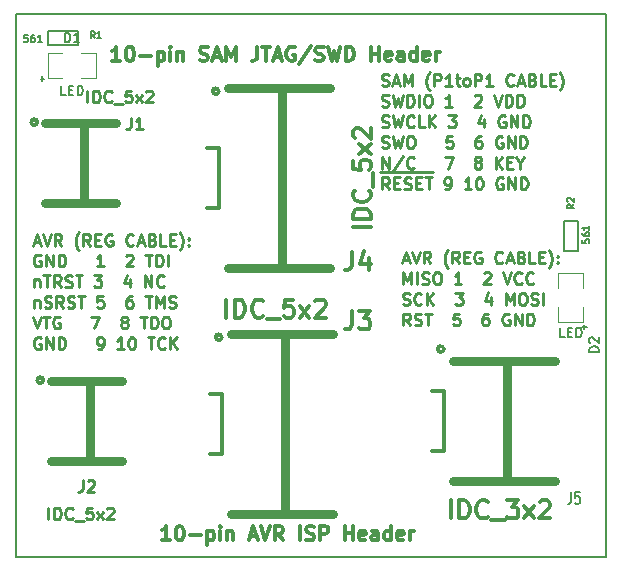
<source format=gto>
G04 #@! TF.GenerationSoftware,KiCad,Pcbnew,5.1.5-52549c5~86~ubuntu18.04.1*
G04 #@! TF.CreationDate,2020-12-30T12:38:52-08:00*
G04 #@! TF.ProjectId,Atmel_Adapter_rev02,41746d65-6c5f-4416-9461-707465725f72,rev?*
G04 #@! TF.SameCoordinates,Original*
G04 #@! TF.FileFunction,Legend,Top*
G04 #@! TF.FilePolarity,Positive*
%FSLAX46Y46*%
G04 Gerber Fmt 4.6, Leading zero omitted, Abs format (unit mm)*
G04 Created by KiCad (PCBNEW 5.1.5-52549c5~86~ubuntu18.04.1) date 2020-12-30 12:38:52*
%MOMM*%
%LPD*%
G04 APERTURE LIST*
%ADD10C,0.250000*%
%ADD11C,0.300000*%
%ADD12C,0.150000*%
%ADD13C,0.762000*%
%ADD14C,0.200000*%
%ADD15C,0.099060*%
%ADD16C,0.127000*%
%ADD17C,0.304800*%
%ADD18C,0.187500*%
G04 APERTURE END LIST*
D10*
X138782976Y-78821666D02*
X139259166Y-78821666D01*
X138687738Y-79107380D02*
X139021071Y-78107380D01*
X139354404Y-79107380D01*
X139544880Y-78107380D02*
X139878214Y-79107380D01*
X140211547Y-78107380D01*
X141116309Y-79107380D02*
X140782976Y-78631190D01*
X140544880Y-79107380D02*
X140544880Y-78107380D01*
X140925833Y-78107380D01*
X141021071Y-78155000D01*
X141068690Y-78202619D01*
X141116309Y-78297857D01*
X141116309Y-78440714D01*
X141068690Y-78535952D01*
X141021071Y-78583571D01*
X140925833Y-78631190D01*
X140544880Y-78631190D01*
X142592500Y-79488333D02*
X142544880Y-79440714D01*
X142449642Y-79297857D01*
X142402023Y-79202619D01*
X142354404Y-79059761D01*
X142306785Y-78821666D01*
X142306785Y-78631190D01*
X142354404Y-78393095D01*
X142402023Y-78250238D01*
X142449642Y-78155000D01*
X142544880Y-78012142D01*
X142592500Y-77964523D01*
X143544880Y-79107380D02*
X143211547Y-78631190D01*
X142973452Y-79107380D02*
X142973452Y-78107380D01*
X143354404Y-78107380D01*
X143449642Y-78155000D01*
X143497261Y-78202619D01*
X143544880Y-78297857D01*
X143544880Y-78440714D01*
X143497261Y-78535952D01*
X143449642Y-78583571D01*
X143354404Y-78631190D01*
X142973452Y-78631190D01*
X143973452Y-78583571D02*
X144306785Y-78583571D01*
X144449642Y-79107380D02*
X143973452Y-79107380D01*
X143973452Y-78107380D01*
X144449642Y-78107380D01*
X145402023Y-78155000D02*
X145306785Y-78107380D01*
X145163928Y-78107380D01*
X145021071Y-78155000D01*
X144925833Y-78250238D01*
X144878214Y-78345476D01*
X144830595Y-78535952D01*
X144830595Y-78678809D01*
X144878214Y-78869285D01*
X144925833Y-78964523D01*
X145021071Y-79059761D01*
X145163928Y-79107380D01*
X145259166Y-79107380D01*
X145402023Y-79059761D01*
X145449642Y-79012142D01*
X145449642Y-78678809D01*
X145259166Y-78678809D01*
X147211547Y-79012142D02*
X147163928Y-79059761D01*
X147021071Y-79107380D01*
X146925833Y-79107380D01*
X146782976Y-79059761D01*
X146687738Y-78964523D01*
X146640119Y-78869285D01*
X146592500Y-78678809D01*
X146592500Y-78535952D01*
X146640119Y-78345476D01*
X146687738Y-78250238D01*
X146782976Y-78155000D01*
X146925833Y-78107380D01*
X147021071Y-78107380D01*
X147163928Y-78155000D01*
X147211547Y-78202619D01*
X147592500Y-78821666D02*
X148068690Y-78821666D01*
X147497261Y-79107380D02*
X147830595Y-78107380D01*
X148163928Y-79107380D01*
X148830595Y-78583571D02*
X148973452Y-78631190D01*
X149021071Y-78678809D01*
X149068690Y-78774047D01*
X149068690Y-78916904D01*
X149021071Y-79012142D01*
X148973452Y-79059761D01*
X148878214Y-79107380D01*
X148497261Y-79107380D01*
X148497261Y-78107380D01*
X148830595Y-78107380D01*
X148925833Y-78155000D01*
X148973452Y-78202619D01*
X149021071Y-78297857D01*
X149021071Y-78393095D01*
X148973452Y-78488333D01*
X148925833Y-78535952D01*
X148830595Y-78583571D01*
X148497261Y-78583571D01*
X149973452Y-79107380D02*
X149497261Y-79107380D01*
X149497261Y-78107380D01*
X150306785Y-78583571D02*
X150640119Y-78583571D01*
X150782976Y-79107380D02*
X150306785Y-79107380D01*
X150306785Y-78107380D01*
X150782976Y-78107380D01*
X151116309Y-79488333D02*
X151163928Y-79440714D01*
X151259166Y-79297857D01*
X151306785Y-79202619D01*
X151354404Y-79059761D01*
X151402023Y-78821666D01*
X151402023Y-78631190D01*
X151354404Y-78393095D01*
X151306785Y-78250238D01*
X151259166Y-78155000D01*
X151163928Y-78012142D01*
X151116309Y-77964523D01*
X151878214Y-79012142D02*
X151925833Y-79059761D01*
X151878214Y-79107380D01*
X151830595Y-79059761D01*
X151878214Y-79012142D01*
X151878214Y-79107380D01*
X151878214Y-78488333D02*
X151925833Y-78535952D01*
X151878214Y-78583571D01*
X151830595Y-78535952D01*
X151878214Y-78488333D01*
X151878214Y-78583571D01*
X138830595Y-80857380D02*
X138830595Y-79857380D01*
X139163928Y-80571666D01*
X139497261Y-79857380D01*
X139497261Y-80857380D01*
X139973452Y-80857380D02*
X139973452Y-79857380D01*
X140402023Y-80809761D02*
X140544880Y-80857380D01*
X140782976Y-80857380D01*
X140878214Y-80809761D01*
X140925833Y-80762142D01*
X140973452Y-80666904D01*
X140973452Y-80571666D01*
X140925833Y-80476428D01*
X140878214Y-80428809D01*
X140782976Y-80381190D01*
X140592500Y-80333571D01*
X140497261Y-80285952D01*
X140449642Y-80238333D01*
X140402023Y-80143095D01*
X140402023Y-80047857D01*
X140449642Y-79952619D01*
X140497261Y-79905000D01*
X140592500Y-79857380D01*
X140830595Y-79857380D01*
X140973452Y-79905000D01*
X141592500Y-79857380D02*
X141782976Y-79857380D01*
X141878214Y-79905000D01*
X141973452Y-80000238D01*
X142021071Y-80190714D01*
X142021071Y-80524047D01*
X141973452Y-80714523D01*
X141878214Y-80809761D01*
X141782976Y-80857380D01*
X141592500Y-80857380D01*
X141497261Y-80809761D01*
X141402023Y-80714523D01*
X141354404Y-80524047D01*
X141354404Y-80190714D01*
X141402023Y-80000238D01*
X141497261Y-79905000D01*
X141592500Y-79857380D01*
X143735357Y-80857380D02*
X143163928Y-80857380D01*
X143449642Y-80857380D02*
X143449642Y-79857380D01*
X143354404Y-80000238D01*
X143259166Y-80095476D01*
X143163928Y-80143095D01*
X145640119Y-79952619D02*
X145687738Y-79905000D01*
X145782976Y-79857380D01*
X146021071Y-79857380D01*
X146116309Y-79905000D01*
X146163928Y-79952619D01*
X146211547Y-80047857D01*
X146211547Y-80143095D01*
X146163928Y-80285952D01*
X145592500Y-80857380D01*
X146211547Y-80857380D01*
X147259166Y-79857380D02*
X147592500Y-80857380D01*
X147925833Y-79857380D01*
X148830595Y-80762142D02*
X148782976Y-80809761D01*
X148640119Y-80857380D01*
X148544880Y-80857380D01*
X148402023Y-80809761D01*
X148306785Y-80714523D01*
X148259166Y-80619285D01*
X148211547Y-80428809D01*
X148211547Y-80285952D01*
X148259166Y-80095476D01*
X148306785Y-80000238D01*
X148402023Y-79905000D01*
X148544880Y-79857380D01*
X148640119Y-79857380D01*
X148782976Y-79905000D01*
X148830595Y-79952619D01*
X149830595Y-80762142D02*
X149782976Y-80809761D01*
X149640119Y-80857380D01*
X149544880Y-80857380D01*
X149402023Y-80809761D01*
X149306785Y-80714523D01*
X149259166Y-80619285D01*
X149211547Y-80428809D01*
X149211547Y-80285952D01*
X149259166Y-80095476D01*
X149306785Y-80000238D01*
X149402023Y-79905000D01*
X149544880Y-79857380D01*
X149640119Y-79857380D01*
X149782976Y-79905000D01*
X149830595Y-79952619D01*
X138782976Y-82559761D02*
X138925833Y-82607380D01*
X139163928Y-82607380D01*
X139259166Y-82559761D01*
X139306785Y-82512142D01*
X139354404Y-82416904D01*
X139354404Y-82321666D01*
X139306785Y-82226428D01*
X139259166Y-82178809D01*
X139163928Y-82131190D01*
X138973452Y-82083571D01*
X138878214Y-82035952D01*
X138830595Y-81988333D01*
X138782976Y-81893095D01*
X138782976Y-81797857D01*
X138830595Y-81702619D01*
X138878214Y-81655000D01*
X138973452Y-81607380D01*
X139211547Y-81607380D01*
X139354404Y-81655000D01*
X140354404Y-82512142D02*
X140306785Y-82559761D01*
X140163928Y-82607380D01*
X140068690Y-82607380D01*
X139925833Y-82559761D01*
X139830595Y-82464523D01*
X139782976Y-82369285D01*
X139735357Y-82178809D01*
X139735357Y-82035952D01*
X139782976Y-81845476D01*
X139830595Y-81750238D01*
X139925833Y-81655000D01*
X140068690Y-81607380D01*
X140163928Y-81607380D01*
X140306785Y-81655000D01*
X140354404Y-81702619D01*
X140782976Y-82607380D02*
X140782976Y-81607380D01*
X141354404Y-82607380D02*
X140925833Y-82035952D01*
X141354404Y-81607380D02*
X140782976Y-82178809D01*
X143211547Y-81607380D02*
X143830595Y-81607380D01*
X143497261Y-81988333D01*
X143640119Y-81988333D01*
X143735357Y-82035952D01*
X143782976Y-82083571D01*
X143830595Y-82178809D01*
X143830595Y-82416904D01*
X143782976Y-82512142D01*
X143735357Y-82559761D01*
X143640119Y-82607380D01*
X143354404Y-82607380D01*
X143259166Y-82559761D01*
X143211547Y-82512142D01*
X146211547Y-81940714D02*
X146211547Y-82607380D01*
X145973452Y-81559761D02*
X145735357Y-82274047D01*
X146354404Y-82274047D01*
X147497261Y-82607380D02*
X147497261Y-81607380D01*
X147830595Y-82321666D01*
X148163928Y-81607380D01*
X148163928Y-82607380D01*
X148830595Y-81607380D02*
X149021071Y-81607380D01*
X149116309Y-81655000D01*
X149211547Y-81750238D01*
X149259166Y-81940714D01*
X149259166Y-82274047D01*
X149211547Y-82464523D01*
X149116309Y-82559761D01*
X149021071Y-82607380D01*
X148830595Y-82607380D01*
X148735357Y-82559761D01*
X148640119Y-82464523D01*
X148592500Y-82274047D01*
X148592500Y-81940714D01*
X148640119Y-81750238D01*
X148735357Y-81655000D01*
X148830595Y-81607380D01*
X149640119Y-82559761D02*
X149782976Y-82607380D01*
X150021071Y-82607380D01*
X150116309Y-82559761D01*
X150163928Y-82512142D01*
X150211547Y-82416904D01*
X150211547Y-82321666D01*
X150163928Y-82226428D01*
X150116309Y-82178809D01*
X150021071Y-82131190D01*
X149830595Y-82083571D01*
X149735357Y-82035952D01*
X149687738Y-81988333D01*
X149640119Y-81893095D01*
X149640119Y-81797857D01*
X149687738Y-81702619D01*
X149735357Y-81655000D01*
X149830595Y-81607380D01*
X150068690Y-81607380D01*
X150211547Y-81655000D01*
X150640119Y-82607380D02*
X150640119Y-81607380D01*
X139402023Y-84357380D02*
X139068690Y-83881190D01*
X138830595Y-84357380D02*
X138830595Y-83357380D01*
X139211547Y-83357380D01*
X139306785Y-83405000D01*
X139354404Y-83452619D01*
X139402023Y-83547857D01*
X139402023Y-83690714D01*
X139354404Y-83785952D01*
X139306785Y-83833571D01*
X139211547Y-83881190D01*
X138830595Y-83881190D01*
X139782976Y-84309761D02*
X139925833Y-84357380D01*
X140163928Y-84357380D01*
X140259166Y-84309761D01*
X140306785Y-84262142D01*
X140354404Y-84166904D01*
X140354404Y-84071666D01*
X140306785Y-83976428D01*
X140259166Y-83928809D01*
X140163928Y-83881190D01*
X139973452Y-83833571D01*
X139878214Y-83785952D01*
X139830595Y-83738333D01*
X139782976Y-83643095D01*
X139782976Y-83547857D01*
X139830595Y-83452619D01*
X139878214Y-83405000D01*
X139973452Y-83357380D01*
X140211547Y-83357380D01*
X140354404Y-83405000D01*
X140640119Y-83357380D02*
X141211547Y-83357380D01*
X140925833Y-84357380D02*
X140925833Y-83357380D01*
X143544880Y-83357380D02*
X143068690Y-83357380D01*
X143021071Y-83833571D01*
X143068690Y-83785952D01*
X143163928Y-83738333D01*
X143402023Y-83738333D01*
X143497261Y-83785952D01*
X143544880Y-83833571D01*
X143592500Y-83928809D01*
X143592500Y-84166904D01*
X143544880Y-84262142D01*
X143497261Y-84309761D01*
X143402023Y-84357380D01*
X143163928Y-84357380D01*
X143068690Y-84309761D01*
X143021071Y-84262142D01*
X145973452Y-83357380D02*
X145782976Y-83357380D01*
X145687738Y-83405000D01*
X145640119Y-83452619D01*
X145544880Y-83595476D01*
X145497261Y-83785952D01*
X145497261Y-84166904D01*
X145544880Y-84262142D01*
X145592500Y-84309761D01*
X145687738Y-84357380D01*
X145878214Y-84357380D01*
X145973452Y-84309761D01*
X146021071Y-84262142D01*
X146068690Y-84166904D01*
X146068690Y-83928809D01*
X146021071Y-83833571D01*
X145973452Y-83785952D01*
X145878214Y-83738333D01*
X145687738Y-83738333D01*
X145592500Y-83785952D01*
X145544880Y-83833571D01*
X145497261Y-83928809D01*
X147782976Y-83405000D02*
X147687738Y-83357380D01*
X147544880Y-83357380D01*
X147402023Y-83405000D01*
X147306785Y-83500238D01*
X147259166Y-83595476D01*
X147211547Y-83785952D01*
X147211547Y-83928809D01*
X147259166Y-84119285D01*
X147306785Y-84214523D01*
X147402023Y-84309761D01*
X147544880Y-84357380D01*
X147640119Y-84357380D01*
X147782976Y-84309761D01*
X147830595Y-84262142D01*
X147830595Y-83928809D01*
X147640119Y-83928809D01*
X148259166Y-84357380D02*
X148259166Y-83357380D01*
X148830595Y-84357380D01*
X148830595Y-83357380D01*
X149306785Y-84357380D02*
X149306785Y-83357380D01*
X149544880Y-83357380D01*
X149687738Y-83405000D01*
X149782976Y-83500238D01*
X149830595Y-83595476D01*
X149878214Y-83785952D01*
X149878214Y-83928809D01*
X149830595Y-84119285D01*
X149782976Y-84214523D01*
X149687738Y-84309761D01*
X149544880Y-84357380D01*
X149306785Y-84357380D01*
D11*
X119085714Y-102542857D02*
X118400000Y-102542857D01*
X118742857Y-102542857D02*
X118742857Y-101342857D01*
X118628571Y-101514285D01*
X118514285Y-101628571D01*
X118400000Y-101685714D01*
X119828571Y-101342857D02*
X119942857Y-101342857D01*
X120057142Y-101400000D01*
X120114285Y-101457142D01*
X120171428Y-101571428D01*
X120228571Y-101800000D01*
X120228571Y-102085714D01*
X120171428Y-102314285D01*
X120114285Y-102428571D01*
X120057142Y-102485714D01*
X119942857Y-102542857D01*
X119828571Y-102542857D01*
X119714285Y-102485714D01*
X119657142Y-102428571D01*
X119600000Y-102314285D01*
X119542857Y-102085714D01*
X119542857Y-101800000D01*
X119600000Y-101571428D01*
X119657142Y-101457142D01*
X119714285Y-101400000D01*
X119828571Y-101342857D01*
X120742857Y-102085714D02*
X121657142Y-102085714D01*
X122228571Y-101742857D02*
X122228571Y-102942857D01*
X122228571Y-101800000D02*
X122342857Y-101742857D01*
X122571428Y-101742857D01*
X122685714Y-101800000D01*
X122742857Y-101857142D01*
X122800000Y-101971428D01*
X122800000Y-102314285D01*
X122742857Y-102428571D01*
X122685714Y-102485714D01*
X122571428Y-102542857D01*
X122342857Y-102542857D01*
X122228571Y-102485714D01*
X123314285Y-102542857D02*
X123314285Y-101742857D01*
X123314285Y-101342857D02*
X123257142Y-101400000D01*
X123314285Y-101457142D01*
X123371428Y-101400000D01*
X123314285Y-101342857D01*
X123314285Y-101457142D01*
X123885714Y-101742857D02*
X123885714Y-102542857D01*
X123885714Y-101857142D02*
X123942857Y-101800000D01*
X124057142Y-101742857D01*
X124228571Y-101742857D01*
X124342857Y-101800000D01*
X124400000Y-101914285D01*
X124400000Y-102542857D01*
X125828571Y-102200000D02*
X126400000Y-102200000D01*
X125714285Y-102542857D02*
X126114285Y-101342857D01*
X126514285Y-102542857D01*
X126742857Y-101342857D02*
X127142857Y-102542857D01*
X127542857Y-101342857D01*
X128628571Y-102542857D02*
X128228571Y-101971428D01*
X127942857Y-102542857D02*
X127942857Y-101342857D01*
X128400000Y-101342857D01*
X128514285Y-101400000D01*
X128571428Y-101457142D01*
X128628571Y-101571428D01*
X128628571Y-101742857D01*
X128571428Y-101857142D01*
X128514285Y-101914285D01*
X128400000Y-101971428D01*
X127942857Y-101971428D01*
X130057142Y-102542857D02*
X130057142Y-101342857D01*
X130571428Y-102485714D02*
X130742857Y-102542857D01*
X131028571Y-102542857D01*
X131142857Y-102485714D01*
X131200000Y-102428571D01*
X131257142Y-102314285D01*
X131257142Y-102200000D01*
X131200000Y-102085714D01*
X131142857Y-102028571D01*
X131028571Y-101971428D01*
X130800000Y-101914285D01*
X130685714Y-101857142D01*
X130628571Y-101800000D01*
X130571428Y-101685714D01*
X130571428Y-101571428D01*
X130628571Y-101457142D01*
X130685714Y-101400000D01*
X130800000Y-101342857D01*
X131085714Y-101342857D01*
X131257142Y-101400000D01*
X131771428Y-102542857D02*
X131771428Y-101342857D01*
X132228571Y-101342857D01*
X132342857Y-101400000D01*
X132400000Y-101457142D01*
X132457142Y-101571428D01*
X132457142Y-101742857D01*
X132400000Y-101857142D01*
X132342857Y-101914285D01*
X132228571Y-101971428D01*
X131771428Y-101971428D01*
X133885714Y-102542857D02*
X133885714Y-101342857D01*
X133885714Y-101914285D02*
X134571428Y-101914285D01*
X134571428Y-102542857D02*
X134571428Y-101342857D01*
X135600000Y-102485714D02*
X135485714Y-102542857D01*
X135257142Y-102542857D01*
X135142857Y-102485714D01*
X135085714Y-102371428D01*
X135085714Y-101914285D01*
X135142857Y-101800000D01*
X135257142Y-101742857D01*
X135485714Y-101742857D01*
X135600000Y-101800000D01*
X135657142Y-101914285D01*
X135657142Y-102028571D01*
X135085714Y-102142857D01*
X136685714Y-102542857D02*
X136685714Y-101914285D01*
X136628571Y-101800000D01*
X136514285Y-101742857D01*
X136285714Y-101742857D01*
X136171428Y-101800000D01*
X136685714Y-102485714D02*
X136571428Y-102542857D01*
X136285714Y-102542857D01*
X136171428Y-102485714D01*
X136114285Y-102371428D01*
X136114285Y-102257142D01*
X136171428Y-102142857D01*
X136285714Y-102085714D01*
X136571428Y-102085714D01*
X136685714Y-102028571D01*
X137771428Y-102542857D02*
X137771428Y-101342857D01*
X137771428Y-102485714D02*
X137657142Y-102542857D01*
X137428571Y-102542857D01*
X137314285Y-102485714D01*
X137257142Y-102428571D01*
X137200000Y-102314285D01*
X137200000Y-101971428D01*
X137257142Y-101857142D01*
X137314285Y-101800000D01*
X137428571Y-101742857D01*
X137657142Y-101742857D01*
X137771428Y-101800000D01*
X138800000Y-102485714D02*
X138685714Y-102542857D01*
X138457142Y-102542857D01*
X138342857Y-102485714D01*
X138285714Y-102371428D01*
X138285714Y-101914285D01*
X138342857Y-101800000D01*
X138457142Y-101742857D01*
X138685714Y-101742857D01*
X138800000Y-101800000D01*
X138857142Y-101914285D01*
X138857142Y-102028571D01*
X138285714Y-102142857D01*
X139371428Y-102542857D02*
X139371428Y-101742857D01*
X139371428Y-101971428D02*
X139428571Y-101857142D01*
X139485714Y-101800000D01*
X139600000Y-101742857D01*
X139714285Y-101742857D01*
D12*
X106000000Y-104000000D02*
X106000000Y-58000000D01*
X156000000Y-104000000D02*
X106000000Y-104000000D01*
X156000000Y-58000000D02*
X156000000Y-104000000D01*
X106000000Y-58000000D02*
X156000000Y-58000000D01*
D10*
X107540976Y-77325666D02*
X108017166Y-77325666D01*
X107445738Y-77611380D02*
X107779071Y-76611380D01*
X108112404Y-77611380D01*
X108302880Y-76611380D02*
X108636214Y-77611380D01*
X108969547Y-76611380D01*
X109874309Y-77611380D02*
X109540976Y-77135190D01*
X109302880Y-77611380D02*
X109302880Y-76611380D01*
X109683833Y-76611380D01*
X109779071Y-76659000D01*
X109826690Y-76706619D01*
X109874309Y-76801857D01*
X109874309Y-76944714D01*
X109826690Y-77039952D01*
X109779071Y-77087571D01*
X109683833Y-77135190D01*
X109302880Y-77135190D01*
X111350500Y-77992333D02*
X111302880Y-77944714D01*
X111207642Y-77801857D01*
X111160023Y-77706619D01*
X111112404Y-77563761D01*
X111064785Y-77325666D01*
X111064785Y-77135190D01*
X111112404Y-76897095D01*
X111160023Y-76754238D01*
X111207642Y-76659000D01*
X111302880Y-76516142D01*
X111350500Y-76468523D01*
X112302880Y-77611380D02*
X111969547Y-77135190D01*
X111731452Y-77611380D02*
X111731452Y-76611380D01*
X112112404Y-76611380D01*
X112207642Y-76659000D01*
X112255261Y-76706619D01*
X112302880Y-76801857D01*
X112302880Y-76944714D01*
X112255261Y-77039952D01*
X112207642Y-77087571D01*
X112112404Y-77135190D01*
X111731452Y-77135190D01*
X112731452Y-77087571D02*
X113064785Y-77087571D01*
X113207642Y-77611380D02*
X112731452Y-77611380D01*
X112731452Y-76611380D01*
X113207642Y-76611380D01*
X114160023Y-76659000D02*
X114064785Y-76611380D01*
X113921928Y-76611380D01*
X113779071Y-76659000D01*
X113683833Y-76754238D01*
X113636214Y-76849476D01*
X113588595Y-77039952D01*
X113588595Y-77182809D01*
X113636214Y-77373285D01*
X113683833Y-77468523D01*
X113779071Y-77563761D01*
X113921928Y-77611380D01*
X114017166Y-77611380D01*
X114160023Y-77563761D01*
X114207642Y-77516142D01*
X114207642Y-77182809D01*
X114017166Y-77182809D01*
X115969547Y-77516142D02*
X115921928Y-77563761D01*
X115779071Y-77611380D01*
X115683833Y-77611380D01*
X115540976Y-77563761D01*
X115445738Y-77468523D01*
X115398119Y-77373285D01*
X115350500Y-77182809D01*
X115350500Y-77039952D01*
X115398119Y-76849476D01*
X115445738Y-76754238D01*
X115540976Y-76659000D01*
X115683833Y-76611380D01*
X115779071Y-76611380D01*
X115921928Y-76659000D01*
X115969547Y-76706619D01*
X116350500Y-77325666D02*
X116826690Y-77325666D01*
X116255261Y-77611380D02*
X116588595Y-76611380D01*
X116921928Y-77611380D01*
X117588595Y-77087571D02*
X117731452Y-77135190D01*
X117779071Y-77182809D01*
X117826690Y-77278047D01*
X117826690Y-77420904D01*
X117779071Y-77516142D01*
X117731452Y-77563761D01*
X117636214Y-77611380D01*
X117255261Y-77611380D01*
X117255261Y-76611380D01*
X117588595Y-76611380D01*
X117683833Y-76659000D01*
X117731452Y-76706619D01*
X117779071Y-76801857D01*
X117779071Y-76897095D01*
X117731452Y-76992333D01*
X117683833Y-77039952D01*
X117588595Y-77087571D01*
X117255261Y-77087571D01*
X118731452Y-77611380D02*
X118255261Y-77611380D01*
X118255261Y-76611380D01*
X119064785Y-77087571D02*
X119398119Y-77087571D01*
X119540976Y-77611380D02*
X119064785Y-77611380D01*
X119064785Y-76611380D01*
X119540976Y-76611380D01*
X119874309Y-77992333D02*
X119921928Y-77944714D01*
X120017166Y-77801857D01*
X120064785Y-77706619D01*
X120112404Y-77563761D01*
X120160023Y-77325666D01*
X120160023Y-77135190D01*
X120112404Y-76897095D01*
X120064785Y-76754238D01*
X120017166Y-76659000D01*
X119921928Y-76516142D01*
X119874309Y-76468523D01*
X120636214Y-77516142D02*
X120683833Y-77563761D01*
X120636214Y-77611380D01*
X120588595Y-77563761D01*
X120636214Y-77516142D01*
X120636214Y-77611380D01*
X120636214Y-76992333D02*
X120683833Y-77039952D01*
X120636214Y-77087571D01*
X120588595Y-77039952D01*
X120636214Y-76992333D01*
X120636214Y-77087571D01*
X108112404Y-78409000D02*
X108017166Y-78361380D01*
X107874309Y-78361380D01*
X107731452Y-78409000D01*
X107636214Y-78504238D01*
X107588595Y-78599476D01*
X107540976Y-78789952D01*
X107540976Y-78932809D01*
X107588595Y-79123285D01*
X107636214Y-79218523D01*
X107731452Y-79313761D01*
X107874309Y-79361380D01*
X107969547Y-79361380D01*
X108112404Y-79313761D01*
X108160023Y-79266142D01*
X108160023Y-78932809D01*
X107969547Y-78932809D01*
X108588595Y-79361380D02*
X108588595Y-78361380D01*
X109160023Y-79361380D01*
X109160023Y-78361380D01*
X109636214Y-79361380D02*
X109636214Y-78361380D01*
X109874309Y-78361380D01*
X110017166Y-78409000D01*
X110112404Y-78504238D01*
X110160023Y-78599476D01*
X110207642Y-78789952D01*
X110207642Y-78932809D01*
X110160023Y-79123285D01*
X110112404Y-79218523D01*
X110017166Y-79313761D01*
X109874309Y-79361380D01*
X109636214Y-79361380D01*
X113445738Y-79361380D02*
X112874309Y-79361380D01*
X113160023Y-79361380D02*
X113160023Y-78361380D01*
X113064785Y-78504238D01*
X112969547Y-78599476D01*
X112874309Y-78647095D01*
X115350500Y-78456619D02*
X115398119Y-78409000D01*
X115493357Y-78361380D01*
X115731452Y-78361380D01*
X115826690Y-78409000D01*
X115874309Y-78456619D01*
X115921928Y-78551857D01*
X115921928Y-78647095D01*
X115874309Y-78789952D01*
X115302880Y-79361380D01*
X115921928Y-79361380D01*
X116969547Y-78361380D02*
X117540976Y-78361380D01*
X117255261Y-79361380D02*
X117255261Y-78361380D01*
X117874309Y-79361380D02*
X117874309Y-78361380D01*
X118112404Y-78361380D01*
X118255261Y-78409000D01*
X118350500Y-78504238D01*
X118398119Y-78599476D01*
X118445738Y-78789952D01*
X118445738Y-78932809D01*
X118398119Y-79123285D01*
X118350500Y-79218523D01*
X118255261Y-79313761D01*
X118112404Y-79361380D01*
X117874309Y-79361380D01*
X118874309Y-79361380D02*
X118874309Y-78361380D01*
X107588595Y-80444714D02*
X107588595Y-81111380D01*
X107588595Y-80539952D02*
X107636214Y-80492333D01*
X107731452Y-80444714D01*
X107874309Y-80444714D01*
X107969547Y-80492333D01*
X108017166Y-80587571D01*
X108017166Y-81111380D01*
X108350500Y-80111380D02*
X108921928Y-80111380D01*
X108636214Y-81111380D02*
X108636214Y-80111380D01*
X109826690Y-81111380D02*
X109493357Y-80635190D01*
X109255261Y-81111380D02*
X109255261Y-80111380D01*
X109636214Y-80111380D01*
X109731452Y-80159000D01*
X109779071Y-80206619D01*
X109826690Y-80301857D01*
X109826690Y-80444714D01*
X109779071Y-80539952D01*
X109731452Y-80587571D01*
X109636214Y-80635190D01*
X109255261Y-80635190D01*
X110207642Y-81063761D02*
X110350500Y-81111380D01*
X110588595Y-81111380D01*
X110683833Y-81063761D01*
X110731452Y-81016142D01*
X110779071Y-80920904D01*
X110779071Y-80825666D01*
X110731452Y-80730428D01*
X110683833Y-80682809D01*
X110588595Y-80635190D01*
X110398119Y-80587571D01*
X110302880Y-80539952D01*
X110255261Y-80492333D01*
X110207642Y-80397095D01*
X110207642Y-80301857D01*
X110255261Y-80206619D01*
X110302880Y-80159000D01*
X110398119Y-80111380D01*
X110636214Y-80111380D01*
X110779071Y-80159000D01*
X111064785Y-80111380D02*
X111636214Y-80111380D01*
X111350500Y-81111380D02*
X111350500Y-80111380D01*
X112636214Y-80111380D02*
X113255261Y-80111380D01*
X112921928Y-80492333D01*
X113064785Y-80492333D01*
X113160023Y-80539952D01*
X113207642Y-80587571D01*
X113255261Y-80682809D01*
X113255261Y-80920904D01*
X113207642Y-81016142D01*
X113160023Y-81063761D01*
X113064785Y-81111380D01*
X112779071Y-81111380D01*
X112683833Y-81063761D01*
X112636214Y-81016142D01*
X115636214Y-80444714D02*
X115636214Y-81111380D01*
X115398119Y-80063761D02*
X115160023Y-80778047D01*
X115779071Y-80778047D01*
X116921928Y-81111380D02*
X116921928Y-80111380D01*
X117493357Y-81111380D01*
X117493357Y-80111380D01*
X118540976Y-81016142D02*
X118493357Y-81063761D01*
X118350500Y-81111380D01*
X118255261Y-81111380D01*
X118112404Y-81063761D01*
X118017166Y-80968523D01*
X117969547Y-80873285D01*
X117921928Y-80682809D01*
X117921928Y-80539952D01*
X117969547Y-80349476D01*
X118017166Y-80254238D01*
X118112404Y-80159000D01*
X118255261Y-80111380D01*
X118350500Y-80111380D01*
X118493357Y-80159000D01*
X118540976Y-80206619D01*
X107588595Y-82194714D02*
X107588595Y-82861380D01*
X107588595Y-82289952D02*
X107636214Y-82242333D01*
X107731452Y-82194714D01*
X107874309Y-82194714D01*
X107969547Y-82242333D01*
X108017166Y-82337571D01*
X108017166Y-82861380D01*
X108445738Y-82813761D02*
X108588595Y-82861380D01*
X108826690Y-82861380D01*
X108921928Y-82813761D01*
X108969547Y-82766142D01*
X109017166Y-82670904D01*
X109017166Y-82575666D01*
X108969547Y-82480428D01*
X108921928Y-82432809D01*
X108826690Y-82385190D01*
X108636214Y-82337571D01*
X108540976Y-82289952D01*
X108493357Y-82242333D01*
X108445738Y-82147095D01*
X108445738Y-82051857D01*
X108493357Y-81956619D01*
X108540976Y-81909000D01*
X108636214Y-81861380D01*
X108874309Y-81861380D01*
X109017166Y-81909000D01*
X110017166Y-82861380D02*
X109683833Y-82385190D01*
X109445738Y-82861380D02*
X109445738Y-81861380D01*
X109826690Y-81861380D01*
X109921928Y-81909000D01*
X109969547Y-81956619D01*
X110017166Y-82051857D01*
X110017166Y-82194714D01*
X109969547Y-82289952D01*
X109921928Y-82337571D01*
X109826690Y-82385190D01*
X109445738Y-82385190D01*
X110398119Y-82813761D02*
X110540976Y-82861380D01*
X110779071Y-82861380D01*
X110874309Y-82813761D01*
X110921928Y-82766142D01*
X110969547Y-82670904D01*
X110969547Y-82575666D01*
X110921928Y-82480428D01*
X110874309Y-82432809D01*
X110779071Y-82385190D01*
X110588595Y-82337571D01*
X110493357Y-82289952D01*
X110445738Y-82242333D01*
X110398119Y-82147095D01*
X110398119Y-82051857D01*
X110445738Y-81956619D01*
X110493357Y-81909000D01*
X110588595Y-81861380D01*
X110826690Y-81861380D01*
X110969547Y-81909000D01*
X111255261Y-81861380D02*
X111826690Y-81861380D01*
X111540976Y-82861380D02*
X111540976Y-81861380D01*
X113398119Y-81861380D02*
X112921928Y-81861380D01*
X112874309Y-82337571D01*
X112921928Y-82289952D01*
X113017166Y-82242333D01*
X113255261Y-82242333D01*
X113350500Y-82289952D01*
X113398119Y-82337571D01*
X113445738Y-82432809D01*
X113445738Y-82670904D01*
X113398119Y-82766142D01*
X113350500Y-82813761D01*
X113255261Y-82861380D01*
X113017166Y-82861380D01*
X112921928Y-82813761D01*
X112874309Y-82766142D01*
X115826690Y-81861380D02*
X115636214Y-81861380D01*
X115540976Y-81909000D01*
X115493357Y-81956619D01*
X115398119Y-82099476D01*
X115350500Y-82289952D01*
X115350500Y-82670904D01*
X115398119Y-82766142D01*
X115445738Y-82813761D01*
X115540976Y-82861380D01*
X115731452Y-82861380D01*
X115826690Y-82813761D01*
X115874309Y-82766142D01*
X115921928Y-82670904D01*
X115921928Y-82432809D01*
X115874309Y-82337571D01*
X115826690Y-82289952D01*
X115731452Y-82242333D01*
X115540976Y-82242333D01*
X115445738Y-82289952D01*
X115398119Y-82337571D01*
X115350500Y-82432809D01*
X116969547Y-81861380D02*
X117540976Y-81861380D01*
X117255261Y-82861380D02*
X117255261Y-81861380D01*
X117874309Y-82861380D02*
X117874309Y-81861380D01*
X118207642Y-82575666D01*
X118540976Y-81861380D01*
X118540976Y-82861380D01*
X118969547Y-82813761D02*
X119112404Y-82861380D01*
X119350500Y-82861380D01*
X119445738Y-82813761D01*
X119493357Y-82766142D01*
X119540976Y-82670904D01*
X119540976Y-82575666D01*
X119493357Y-82480428D01*
X119445738Y-82432809D01*
X119350500Y-82385190D01*
X119160023Y-82337571D01*
X119064785Y-82289952D01*
X119017166Y-82242333D01*
X118969547Y-82147095D01*
X118969547Y-82051857D01*
X119017166Y-81956619D01*
X119064785Y-81909000D01*
X119160023Y-81861380D01*
X119398119Y-81861380D01*
X119540976Y-81909000D01*
X107445738Y-83611380D02*
X107779071Y-84611380D01*
X108112404Y-83611380D01*
X108302880Y-83611380D02*
X108874309Y-83611380D01*
X108588595Y-84611380D02*
X108588595Y-83611380D01*
X109731452Y-83659000D02*
X109636214Y-83611380D01*
X109493357Y-83611380D01*
X109350500Y-83659000D01*
X109255261Y-83754238D01*
X109207642Y-83849476D01*
X109160023Y-84039952D01*
X109160023Y-84182809D01*
X109207642Y-84373285D01*
X109255261Y-84468523D01*
X109350500Y-84563761D01*
X109493357Y-84611380D01*
X109588595Y-84611380D01*
X109731452Y-84563761D01*
X109779071Y-84516142D01*
X109779071Y-84182809D01*
X109588595Y-84182809D01*
X112398119Y-83611380D02*
X113064785Y-83611380D01*
X112636214Y-84611380D01*
X115112404Y-84039952D02*
X115017166Y-83992333D01*
X114969547Y-83944714D01*
X114921928Y-83849476D01*
X114921928Y-83801857D01*
X114969547Y-83706619D01*
X115017166Y-83659000D01*
X115112404Y-83611380D01*
X115302880Y-83611380D01*
X115398119Y-83659000D01*
X115445738Y-83706619D01*
X115493357Y-83801857D01*
X115493357Y-83849476D01*
X115445738Y-83944714D01*
X115398119Y-83992333D01*
X115302880Y-84039952D01*
X115112404Y-84039952D01*
X115017166Y-84087571D01*
X114969547Y-84135190D01*
X114921928Y-84230428D01*
X114921928Y-84420904D01*
X114969547Y-84516142D01*
X115017166Y-84563761D01*
X115112404Y-84611380D01*
X115302880Y-84611380D01*
X115398119Y-84563761D01*
X115445738Y-84516142D01*
X115493357Y-84420904D01*
X115493357Y-84230428D01*
X115445738Y-84135190D01*
X115398119Y-84087571D01*
X115302880Y-84039952D01*
X116540976Y-83611380D02*
X117112404Y-83611380D01*
X116826690Y-84611380D02*
X116826690Y-83611380D01*
X117445738Y-84611380D02*
X117445738Y-83611380D01*
X117683833Y-83611380D01*
X117826690Y-83659000D01*
X117921928Y-83754238D01*
X117969547Y-83849476D01*
X118017166Y-84039952D01*
X118017166Y-84182809D01*
X117969547Y-84373285D01*
X117921928Y-84468523D01*
X117826690Y-84563761D01*
X117683833Y-84611380D01*
X117445738Y-84611380D01*
X118636214Y-83611380D02*
X118826690Y-83611380D01*
X118921928Y-83659000D01*
X119017166Y-83754238D01*
X119064785Y-83944714D01*
X119064785Y-84278047D01*
X119017166Y-84468523D01*
X118921928Y-84563761D01*
X118826690Y-84611380D01*
X118636214Y-84611380D01*
X118540976Y-84563761D01*
X118445738Y-84468523D01*
X118398119Y-84278047D01*
X118398119Y-83944714D01*
X118445738Y-83754238D01*
X118540976Y-83659000D01*
X118636214Y-83611380D01*
X108112404Y-85409000D02*
X108017166Y-85361380D01*
X107874309Y-85361380D01*
X107731452Y-85409000D01*
X107636214Y-85504238D01*
X107588595Y-85599476D01*
X107540976Y-85789952D01*
X107540976Y-85932809D01*
X107588595Y-86123285D01*
X107636214Y-86218523D01*
X107731452Y-86313761D01*
X107874309Y-86361380D01*
X107969547Y-86361380D01*
X108112404Y-86313761D01*
X108160023Y-86266142D01*
X108160023Y-85932809D01*
X107969547Y-85932809D01*
X108588595Y-86361380D02*
X108588595Y-85361380D01*
X109160023Y-86361380D01*
X109160023Y-85361380D01*
X109636214Y-86361380D02*
X109636214Y-85361380D01*
X109874309Y-85361380D01*
X110017166Y-85409000D01*
X110112404Y-85504238D01*
X110160023Y-85599476D01*
X110207642Y-85789952D01*
X110207642Y-85932809D01*
X110160023Y-86123285D01*
X110112404Y-86218523D01*
X110017166Y-86313761D01*
X109874309Y-86361380D01*
X109636214Y-86361380D01*
X112969547Y-86361380D02*
X113160023Y-86361380D01*
X113255261Y-86313761D01*
X113302880Y-86266142D01*
X113398119Y-86123285D01*
X113445738Y-85932809D01*
X113445738Y-85551857D01*
X113398119Y-85456619D01*
X113350500Y-85409000D01*
X113255261Y-85361380D01*
X113064785Y-85361380D01*
X112969547Y-85409000D01*
X112921928Y-85456619D01*
X112874309Y-85551857D01*
X112874309Y-85789952D01*
X112921928Y-85885190D01*
X112969547Y-85932809D01*
X113064785Y-85980428D01*
X113255261Y-85980428D01*
X113350500Y-85932809D01*
X113398119Y-85885190D01*
X113445738Y-85789952D01*
X115160023Y-86361380D02*
X114588595Y-86361380D01*
X114874309Y-86361380D02*
X114874309Y-85361380D01*
X114779071Y-85504238D01*
X114683833Y-85599476D01*
X114588595Y-85647095D01*
X115779071Y-85361380D02*
X115874309Y-85361380D01*
X115969547Y-85409000D01*
X116017166Y-85456619D01*
X116064785Y-85551857D01*
X116112404Y-85742333D01*
X116112404Y-85980428D01*
X116064785Y-86170904D01*
X116017166Y-86266142D01*
X115969547Y-86313761D01*
X115874309Y-86361380D01*
X115779071Y-86361380D01*
X115683833Y-86313761D01*
X115636214Y-86266142D01*
X115588595Y-86170904D01*
X115540976Y-85980428D01*
X115540976Y-85742333D01*
X115588595Y-85551857D01*
X115636214Y-85456619D01*
X115683833Y-85409000D01*
X115779071Y-85361380D01*
X117160023Y-85361380D02*
X117731452Y-85361380D01*
X117445738Y-86361380D02*
X117445738Y-85361380D01*
X118636214Y-86266142D02*
X118588595Y-86313761D01*
X118445738Y-86361380D01*
X118350500Y-86361380D01*
X118207642Y-86313761D01*
X118112404Y-86218523D01*
X118064785Y-86123285D01*
X118017166Y-85932809D01*
X118017166Y-85789952D01*
X118064785Y-85599476D01*
X118112404Y-85504238D01*
X118207642Y-85409000D01*
X118350500Y-85361380D01*
X118445738Y-85361380D01*
X118588595Y-85409000D01*
X118636214Y-85456619D01*
X119064785Y-86361380D02*
X119064785Y-85361380D01*
X119636214Y-86361380D02*
X119207642Y-85789952D01*
X119636214Y-85361380D02*
X119064785Y-85932809D01*
X137004976Y-64029761D02*
X137147833Y-64077380D01*
X137385928Y-64077380D01*
X137481166Y-64029761D01*
X137528785Y-63982142D01*
X137576404Y-63886904D01*
X137576404Y-63791666D01*
X137528785Y-63696428D01*
X137481166Y-63648809D01*
X137385928Y-63601190D01*
X137195452Y-63553571D01*
X137100214Y-63505952D01*
X137052595Y-63458333D01*
X137004976Y-63363095D01*
X137004976Y-63267857D01*
X137052595Y-63172619D01*
X137100214Y-63125000D01*
X137195452Y-63077380D01*
X137433547Y-63077380D01*
X137576404Y-63125000D01*
X137957357Y-63791666D02*
X138433547Y-63791666D01*
X137862119Y-64077380D02*
X138195452Y-63077380D01*
X138528785Y-64077380D01*
X138862119Y-64077380D02*
X138862119Y-63077380D01*
X139195452Y-63791666D01*
X139528785Y-63077380D01*
X139528785Y-64077380D01*
X141052595Y-64458333D02*
X141004976Y-64410714D01*
X140909738Y-64267857D01*
X140862119Y-64172619D01*
X140814500Y-64029761D01*
X140766880Y-63791666D01*
X140766880Y-63601190D01*
X140814500Y-63363095D01*
X140862119Y-63220238D01*
X140909738Y-63125000D01*
X141004976Y-62982142D01*
X141052595Y-62934523D01*
X141433547Y-64077380D02*
X141433547Y-63077380D01*
X141814500Y-63077380D01*
X141909738Y-63125000D01*
X141957357Y-63172619D01*
X142004976Y-63267857D01*
X142004976Y-63410714D01*
X141957357Y-63505952D01*
X141909738Y-63553571D01*
X141814500Y-63601190D01*
X141433547Y-63601190D01*
X142957357Y-64077380D02*
X142385928Y-64077380D01*
X142671642Y-64077380D02*
X142671642Y-63077380D01*
X142576404Y-63220238D01*
X142481166Y-63315476D01*
X142385928Y-63363095D01*
X143243071Y-63410714D02*
X143624023Y-63410714D01*
X143385928Y-63077380D02*
X143385928Y-63934523D01*
X143433547Y-64029761D01*
X143528785Y-64077380D01*
X143624023Y-64077380D01*
X144100214Y-64077380D02*
X144004976Y-64029761D01*
X143957357Y-63982142D01*
X143909738Y-63886904D01*
X143909738Y-63601190D01*
X143957357Y-63505952D01*
X144004976Y-63458333D01*
X144100214Y-63410714D01*
X144243071Y-63410714D01*
X144338309Y-63458333D01*
X144385928Y-63505952D01*
X144433547Y-63601190D01*
X144433547Y-63886904D01*
X144385928Y-63982142D01*
X144338309Y-64029761D01*
X144243071Y-64077380D01*
X144100214Y-64077380D01*
X144862119Y-64077380D02*
X144862119Y-63077380D01*
X145243071Y-63077380D01*
X145338309Y-63125000D01*
X145385928Y-63172619D01*
X145433547Y-63267857D01*
X145433547Y-63410714D01*
X145385928Y-63505952D01*
X145338309Y-63553571D01*
X145243071Y-63601190D01*
X144862119Y-63601190D01*
X146385928Y-64077380D02*
X145814500Y-64077380D01*
X146100214Y-64077380D02*
X146100214Y-63077380D01*
X146004976Y-63220238D01*
X145909738Y-63315476D01*
X145814500Y-63363095D01*
X148147833Y-63982142D02*
X148100214Y-64029761D01*
X147957357Y-64077380D01*
X147862119Y-64077380D01*
X147719261Y-64029761D01*
X147624023Y-63934523D01*
X147576404Y-63839285D01*
X147528785Y-63648809D01*
X147528785Y-63505952D01*
X147576404Y-63315476D01*
X147624023Y-63220238D01*
X147719261Y-63125000D01*
X147862119Y-63077380D01*
X147957357Y-63077380D01*
X148100214Y-63125000D01*
X148147833Y-63172619D01*
X148528785Y-63791666D02*
X149004976Y-63791666D01*
X148433547Y-64077380D02*
X148766880Y-63077380D01*
X149100214Y-64077380D01*
X149766880Y-63553571D02*
X149909738Y-63601190D01*
X149957357Y-63648809D01*
X150004976Y-63744047D01*
X150004976Y-63886904D01*
X149957357Y-63982142D01*
X149909738Y-64029761D01*
X149814500Y-64077380D01*
X149433547Y-64077380D01*
X149433547Y-63077380D01*
X149766880Y-63077380D01*
X149862119Y-63125000D01*
X149909738Y-63172619D01*
X149957357Y-63267857D01*
X149957357Y-63363095D01*
X149909738Y-63458333D01*
X149862119Y-63505952D01*
X149766880Y-63553571D01*
X149433547Y-63553571D01*
X150909738Y-64077380D02*
X150433547Y-64077380D01*
X150433547Y-63077380D01*
X151243071Y-63553571D02*
X151576404Y-63553571D01*
X151719261Y-64077380D02*
X151243071Y-64077380D01*
X151243071Y-63077380D01*
X151719261Y-63077380D01*
X152052595Y-64458333D02*
X152100214Y-64410714D01*
X152195452Y-64267857D01*
X152243071Y-64172619D01*
X152290690Y-64029761D01*
X152338309Y-63791666D01*
X152338309Y-63601190D01*
X152290690Y-63363095D01*
X152243071Y-63220238D01*
X152195452Y-63125000D01*
X152100214Y-62982142D01*
X152052595Y-62934523D01*
X137004976Y-65779761D02*
X137147833Y-65827380D01*
X137385928Y-65827380D01*
X137481166Y-65779761D01*
X137528785Y-65732142D01*
X137576404Y-65636904D01*
X137576404Y-65541666D01*
X137528785Y-65446428D01*
X137481166Y-65398809D01*
X137385928Y-65351190D01*
X137195452Y-65303571D01*
X137100214Y-65255952D01*
X137052595Y-65208333D01*
X137004976Y-65113095D01*
X137004976Y-65017857D01*
X137052595Y-64922619D01*
X137100214Y-64875000D01*
X137195452Y-64827380D01*
X137433547Y-64827380D01*
X137576404Y-64875000D01*
X137909738Y-64827380D02*
X138147833Y-65827380D01*
X138338309Y-65113095D01*
X138528785Y-65827380D01*
X138766880Y-64827380D01*
X139147833Y-65827380D02*
X139147833Y-64827380D01*
X139385928Y-64827380D01*
X139528785Y-64875000D01*
X139624023Y-64970238D01*
X139671642Y-65065476D01*
X139719261Y-65255952D01*
X139719261Y-65398809D01*
X139671642Y-65589285D01*
X139624023Y-65684523D01*
X139528785Y-65779761D01*
X139385928Y-65827380D01*
X139147833Y-65827380D01*
X140147833Y-65827380D02*
X140147833Y-64827380D01*
X140814500Y-64827380D02*
X141004976Y-64827380D01*
X141100214Y-64875000D01*
X141195452Y-64970238D01*
X141243071Y-65160714D01*
X141243071Y-65494047D01*
X141195452Y-65684523D01*
X141100214Y-65779761D01*
X141004976Y-65827380D01*
X140814500Y-65827380D01*
X140719261Y-65779761D01*
X140624023Y-65684523D01*
X140576404Y-65494047D01*
X140576404Y-65160714D01*
X140624023Y-64970238D01*
X140719261Y-64875000D01*
X140814500Y-64827380D01*
X142957357Y-65827380D02*
X142385928Y-65827380D01*
X142671642Y-65827380D02*
X142671642Y-64827380D01*
X142576404Y-64970238D01*
X142481166Y-65065476D01*
X142385928Y-65113095D01*
X144862119Y-64922619D02*
X144909738Y-64875000D01*
X145004976Y-64827380D01*
X145243071Y-64827380D01*
X145338309Y-64875000D01*
X145385928Y-64922619D01*
X145433547Y-65017857D01*
X145433547Y-65113095D01*
X145385928Y-65255952D01*
X144814500Y-65827380D01*
X145433547Y-65827380D01*
X146481166Y-64827380D02*
X146814500Y-65827380D01*
X147147833Y-64827380D01*
X147481166Y-65827380D02*
X147481166Y-64827380D01*
X147719261Y-64827380D01*
X147862119Y-64875000D01*
X147957357Y-64970238D01*
X148004976Y-65065476D01*
X148052595Y-65255952D01*
X148052595Y-65398809D01*
X148004976Y-65589285D01*
X147957357Y-65684523D01*
X147862119Y-65779761D01*
X147719261Y-65827380D01*
X147481166Y-65827380D01*
X148481166Y-65827380D02*
X148481166Y-64827380D01*
X148719261Y-64827380D01*
X148862119Y-64875000D01*
X148957357Y-64970238D01*
X149004976Y-65065476D01*
X149052595Y-65255952D01*
X149052595Y-65398809D01*
X149004976Y-65589285D01*
X148957357Y-65684523D01*
X148862119Y-65779761D01*
X148719261Y-65827380D01*
X148481166Y-65827380D01*
X137004976Y-67529761D02*
X137147833Y-67577380D01*
X137385928Y-67577380D01*
X137481166Y-67529761D01*
X137528785Y-67482142D01*
X137576404Y-67386904D01*
X137576404Y-67291666D01*
X137528785Y-67196428D01*
X137481166Y-67148809D01*
X137385928Y-67101190D01*
X137195452Y-67053571D01*
X137100214Y-67005952D01*
X137052595Y-66958333D01*
X137004976Y-66863095D01*
X137004976Y-66767857D01*
X137052595Y-66672619D01*
X137100214Y-66625000D01*
X137195452Y-66577380D01*
X137433547Y-66577380D01*
X137576404Y-66625000D01*
X137909738Y-66577380D02*
X138147833Y-67577380D01*
X138338309Y-66863095D01*
X138528785Y-67577380D01*
X138766880Y-66577380D01*
X139719261Y-67482142D02*
X139671642Y-67529761D01*
X139528785Y-67577380D01*
X139433547Y-67577380D01*
X139290690Y-67529761D01*
X139195452Y-67434523D01*
X139147833Y-67339285D01*
X139100214Y-67148809D01*
X139100214Y-67005952D01*
X139147833Y-66815476D01*
X139195452Y-66720238D01*
X139290690Y-66625000D01*
X139433547Y-66577380D01*
X139528785Y-66577380D01*
X139671642Y-66625000D01*
X139719261Y-66672619D01*
X140624023Y-67577380D02*
X140147833Y-67577380D01*
X140147833Y-66577380D01*
X140957357Y-67577380D02*
X140957357Y-66577380D01*
X141528785Y-67577380D02*
X141100214Y-67005952D01*
X141528785Y-66577380D02*
X140957357Y-67148809D01*
X142624023Y-66577380D02*
X143243071Y-66577380D01*
X142909738Y-66958333D01*
X143052595Y-66958333D01*
X143147833Y-67005952D01*
X143195452Y-67053571D01*
X143243071Y-67148809D01*
X143243071Y-67386904D01*
X143195452Y-67482142D01*
X143147833Y-67529761D01*
X143052595Y-67577380D01*
X142766880Y-67577380D01*
X142671642Y-67529761D01*
X142624023Y-67482142D01*
X145624023Y-66910714D02*
X145624023Y-67577380D01*
X145385928Y-66529761D02*
X145147833Y-67244047D01*
X145766880Y-67244047D01*
X147433547Y-66625000D02*
X147338309Y-66577380D01*
X147195452Y-66577380D01*
X147052595Y-66625000D01*
X146957357Y-66720238D01*
X146909738Y-66815476D01*
X146862119Y-67005952D01*
X146862119Y-67148809D01*
X146909738Y-67339285D01*
X146957357Y-67434523D01*
X147052595Y-67529761D01*
X147195452Y-67577380D01*
X147290690Y-67577380D01*
X147433547Y-67529761D01*
X147481166Y-67482142D01*
X147481166Y-67148809D01*
X147290690Y-67148809D01*
X147909738Y-67577380D02*
X147909738Y-66577380D01*
X148481166Y-67577380D01*
X148481166Y-66577380D01*
X148957357Y-67577380D02*
X148957357Y-66577380D01*
X149195452Y-66577380D01*
X149338309Y-66625000D01*
X149433547Y-66720238D01*
X149481166Y-66815476D01*
X149528785Y-67005952D01*
X149528785Y-67148809D01*
X149481166Y-67339285D01*
X149433547Y-67434523D01*
X149338309Y-67529761D01*
X149195452Y-67577380D01*
X148957357Y-67577380D01*
X137004976Y-69279761D02*
X137147833Y-69327380D01*
X137385928Y-69327380D01*
X137481166Y-69279761D01*
X137528785Y-69232142D01*
X137576404Y-69136904D01*
X137576404Y-69041666D01*
X137528785Y-68946428D01*
X137481166Y-68898809D01*
X137385928Y-68851190D01*
X137195452Y-68803571D01*
X137100214Y-68755952D01*
X137052595Y-68708333D01*
X137004976Y-68613095D01*
X137004976Y-68517857D01*
X137052595Y-68422619D01*
X137100214Y-68375000D01*
X137195452Y-68327380D01*
X137433547Y-68327380D01*
X137576404Y-68375000D01*
X137909738Y-68327380D02*
X138147833Y-69327380D01*
X138338309Y-68613095D01*
X138528785Y-69327380D01*
X138766880Y-68327380D01*
X139338309Y-68327380D02*
X139528785Y-68327380D01*
X139624023Y-68375000D01*
X139719261Y-68470238D01*
X139766880Y-68660714D01*
X139766880Y-68994047D01*
X139719261Y-69184523D01*
X139624023Y-69279761D01*
X139528785Y-69327380D01*
X139338309Y-69327380D01*
X139243071Y-69279761D01*
X139147833Y-69184523D01*
X139100214Y-68994047D01*
X139100214Y-68660714D01*
X139147833Y-68470238D01*
X139243071Y-68375000D01*
X139338309Y-68327380D01*
X142957357Y-68327380D02*
X142481166Y-68327380D01*
X142433547Y-68803571D01*
X142481166Y-68755952D01*
X142576404Y-68708333D01*
X142814500Y-68708333D01*
X142909738Y-68755952D01*
X142957357Y-68803571D01*
X143004976Y-68898809D01*
X143004976Y-69136904D01*
X142957357Y-69232142D01*
X142909738Y-69279761D01*
X142814500Y-69327380D01*
X142576404Y-69327380D01*
X142481166Y-69279761D01*
X142433547Y-69232142D01*
X145385928Y-68327380D02*
X145195452Y-68327380D01*
X145100214Y-68375000D01*
X145052595Y-68422619D01*
X144957357Y-68565476D01*
X144909738Y-68755952D01*
X144909738Y-69136904D01*
X144957357Y-69232142D01*
X145004976Y-69279761D01*
X145100214Y-69327380D01*
X145290690Y-69327380D01*
X145385928Y-69279761D01*
X145433547Y-69232142D01*
X145481166Y-69136904D01*
X145481166Y-68898809D01*
X145433547Y-68803571D01*
X145385928Y-68755952D01*
X145290690Y-68708333D01*
X145100214Y-68708333D01*
X145004976Y-68755952D01*
X144957357Y-68803571D01*
X144909738Y-68898809D01*
X147195452Y-68375000D02*
X147100214Y-68327380D01*
X146957357Y-68327380D01*
X146814500Y-68375000D01*
X146719261Y-68470238D01*
X146671642Y-68565476D01*
X146624023Y-68755952D01*
X146624023Y-68898809D01*
X146671642Y-69089285D01*
X146719261Y-69184523D01*
X146814500Y-69279761D01*
X146957357Y-69327380D01*
X147052595Y-69327380D01*
X147195452Y-69279761D01*
X147243071Y-69232142D01*
X147243071Y-68898809D01*
X147052595Y-68898809D01*
X147671642Y-69327380D02*
X147671642Y-68327380D01*
X148243071Y-69327380D01*
X148243071Y-68327380D01*
X148719261Y-69327380D02*
X148719261Y-68327380D01*
X148957357Y-68327380D01*
X149100214Y-68375000D01*
X149195452Y-68470238D01*
X149243071Y-68565476D01*
X149290690Y-68755952D01*
X149290690Y-68898809D01*
X149243071Y-69089285D01*
X149195452Y-69184523D01*
X149100214Y-69279761D01*
X148957357Y-69327380D01*
X148719261Y-69327380D01*
X137052595Y-71077380D02*
X137052595Y-70077380D01*
X137624023Y-71077380D01*
X137624023Y-70077380D01*
X138814500Y-70029761D02*
X137957357Y-71315476D01*
X139719261Y-70982142D02*
X139671642Y-71029761D01*
X139528785Y-71077380D01*
X139433547Y-71077380D01*
X139290690Y-71029761D01*
X139195452Y-70934523D01*
X139147833Y-70839285D01*
X139100214Y-70648809D01*
X139100214Y-70505952D01*
X139147833Y-70315476D01*
X139195452Y-70220238D01*
X139290690Y-70125000D01*
X139433547Y-70077380D01*
X139528785Y-70077380D01*
X139671642Y-70125000D01*
X139719261Y-70172619D01*
X142338309Y-70077380D02*
X143004976Y-70077380D01*
X142576404Y-71077380D01*
X145052595Y-70505952D02*
X144957357Y-70458333D01*
X144909738Y-70410714D01*
X144862119Y-70315476D01*
X144862119Y-70267857D01*
X144909738Y-70172619D01*
X144957357Y-70125000D01*
X145052595Y-70077380D01*
X145243071Y-70077380D01*
X145338309Y-70125000D01*
X145385928Y-70172619D01*
X145433547Y-70267857D01*
X145433547Y-70315476D01*
X145385928Y-70410714D01*
X145338309Y-70458333D01*
X145243071Y-70505952D01*
X145052595Y-70505952D01*
X144957357Y-70553571D01*
X144909738Y-70601190D01*
X144862119Y-70696428D01*
X144862119Y-70886904D01*
X144909738Y-70982142D01*
X144957357Y-71029761D01*
X145052595Y-71077380D01*
X145243071Y-71077380D01*
X145338309Y-71029761D01*
X145385928Y-70982142D01*
X145433547Y-70886904D01*
X145433547Y-70696428D01*
X145385928Y-70601190D01*
X145338309Y-70553571D01*
X145243071Y-70505952D01*
X146624023Y-71077380D02*
X146624023Y-70077380D01*
X147195452Y-71077380D02*
X146766880Y-70505952D01*
X147195452Y-70077380D02*
X146624023Y-70648809D01*
X147624023Y-70553571D02*
X147957357Y-70553571D01*
X148100214Y-71077380D02*
X147624023Y-71077380D01*
X147624023Y-70077380D01*
X148100214Y-70077380D01*
X148719261Y-70601190D02*
X148719261Y-71077380D01*
X148385928Y-70077380D02*
X148719261Y-70601190D01*
X149052595Y-70077380D01*
X136814500Y-71330000D02*
X137814500Y-71330000D01*
X137624023Y-72827380D02*
X137290690Y-72351190D01*
X137052595Y-72827380D02*
X137052595Y-71827380D01*
X137433547Y-71827380D01*
X137528785Y-71875000D01*
X137576404Y-71922619D01*
X137624023Y-72017857D01*
X137624023Y-72160714D01*
X137576404Y-72255952D01*
X137528785Y-72303571D01*
X137433547Y-72351190D01*
X137052595Y-72351190D01*
X137814500Y-71330000D02*
X138719261Y-71330000D01*
X138052595Y-72303571D02*
X138385928Y-72303571D01*
X138528785Y-72827380D02*
X138052595Y-72827380D01*
X138052595Y-71827380D01*
X138528785Y-71827380D01*
X138719261Y-71330000D02*
X139671642Y-71330000D01*
X138909738Y-72779761D02*
X139052595Y-72827380D01*
X139290690Y-72827380D01*
X139385928Y-72779761D01*
X139433547Y-72732142D01*
X139481166Y-72636904D01*
X139481166Y-72541666D01*
X139433547Y-72446428D01*
X139385928Y-72398809D01*
X139290690Y-72351190D01*
X139100214Y-72303571D01*
X139004976Y-72255952D01*
X138957357Y-72208333D01*
X138909738Y-72113095D01*
X138909738Y-72017857D01*
X138957357Y-71922619D01*
X139004976Y-71875000D01*
X139100214Y-71827380D01*
X139338309Y-71827380D01*
X139481166Y-71875000D01*
X139671642Y-71330000D02*
X140576404Y-71330000D01*
X139909738Y-72303571D02*
X140243071Y-72303571D01*
X140385928Y-72827380D02*
X139909738Y-72827380D01*
X139909738Y-71827380D01*
X140385928Y-71827380D01*
X140576404Y-71330000D02*
X141338309Y-71330000D01*
X140671642Y-71827380D02*
X141243071Y-71827380D01*
X140957357Y-72827380D02*
X140957357Y-71827380D01*
X142385928Y-72827380D02*
X142576404Y-72827380D01*
X142671642Y-72779761D01*
X142719261Y-72732142D01*
X142814500Y-72589285D01*
X142862119Y-72398809D01*
X142862119Y-72017857D01*
X142814500Y-71922619D01*
X142766880Y-71875000D01*
X142671642Y-71827380D01*
X142481166Y-71827380D01*
X142385928Y-71875000D01*
X142338309Y-71922619D01*
X142290690Y-72017857D01*
X142290690Y-72255952D01*
X142338309Y-72351190D01*
X142385928Y-72398809D01*
X142481166Y-72446428D01*
X142671642Y-72446428D01*
X142766880Y-72398809D01*
X142814500Y-72351190D01*
X142862119Y-72255952D01*
X144576404Y-72827380D02*
X144004976Y-72827380D01*
X144290690Y-72827380D02*
X144290690Y-71827380D01*
X144195452Y-71970238D01*
X144100214Y-72065476D01*
X144004976Y-72113095D01*
X145195452Y-71827380D02*
X145290690Y-71827380D01*
X145385928Y-71875000D01*
X145433547Y-71922619D01*
X145481166Y-72017857D01*
X145528785Y-72208333D01*
X145528785Y-72446428D01*
X145481166Y-72636904D01*
X145433547Y-72732142D01*
X145385928Y-72779761D01*
X145290690Y-72827380D01*
X145195452Y-72827380D01*
X145100214Y-72779761D01*
X145052595Y-72732142D01*
X145004976Y-72636904D01*
X144957357Y-72446428D01*
X144957357Y-72208333D01*
X145004976Y-72017857D01*
X145052595Y-71922619D01*
X145100214Y-71875000D01*
X145195452Y-71827380D01*
X147243071Y-71875000D02*
X147147833Y-71827380D01*
X147004976Y-71827380D01*
X146862119Y-71875000D01*
X146766880Y-71970238D01*
X146719261Y-72065476D01*
X146671642Y-72255952D01*
X146671642Y-72398809D01*
X146719261Y-72589285D01*
X146766880Y-72684523D01*
X146862119Y-72779761D01*
X147004976Y-72827380D01*
X147100214Y-72827380D01*
X147243071Y-72779761D01*
X147290690Y-72732142D01*
X147290690Y-72398809D01*
X147100214Y-72398809D01*
X147719261Y-72827380D02*
X147719261Y-71827380D01*
X148290690Y-72827380D01*
X148290690Y-71827380D01*
X148766880Y-72827380D02*
X148766880Y-71827380D01*
X149004976Y-71827380D01*
X149147833Y-71875000D01*
X149243071Y-71970238D01*
X149290690Y-72065476D01*
X149338309Y-72255952D01*
X149338309Y-72398809D01*
X149290690Y-72589285D01*
X149243071Y-72684523D01*
X149147833Y-72779761D01*
X149004976Y-72827380D01*
X148766880Y-72827380D01*
D11*
X114865714Y-61962857D02*
X114180000Y-61962857D01*
X114522857Y-61962857D02*
X114522857Y-60762857D01*
X114408571Y-60934285D01*
X114294285Y-61048571D01*
X114180000Y-61105714D01*
X115608571Y-60762857D02*
X115722857Y-60762857D01*
X115837142Y-60820000D01*
X115894285Y-60877142D01*
X115951428Y-60991428D01*
X116008571Y-61220000D01*
X116008571Y-61505714D01*
X115951428Y-61734285D01*
X115894285Y-61848571D01*
X115837142Y-61905714D01*
X115722857Y-61962857D01*
X115608571Y-61962857D01*
X115494285Y-61905714D01*
X115437142Y-61848571D01*
X115380000Y-61734285D01*
X115322857Y-61505714D01*
X115322857Y-61220000D01*
X115380000Y-60991428D01*
X115437142Y-60877142D01*
X115494285Y-60820000D01*
X115608571Y-60762857D01*
X116522857Y-61505714D02*
X117437142Y-61505714D01*
X118008571Y-61162857D02*
X118008571Y-62362857D01*
X118008571Y-61220000D02*
X118122857Y-61162857D01*
X118351428Y-61162857D01*
X118465714Y-61220000D01*
X118522857Y-61277142D01*
X118580000Y-61391428D01*
X118580000Y-61734285D01*
X118522857Y-61848571D01*
X118465714Y-61905714D01*
X118351428Y-61962857D01*
X118122857Y-61962857D01*
X118008571Y-61905714D01*
X119094285Y-61962857D02*
X119094285Y-61162857D01*
X119094285Y-60762857D02*
X119037142Y-60820000D01*
X119094285Y-60877142D01*
X119151428Y-60820000D01*
X119094285Y-60762857D01*
X119094285Y-60877142D01*
X119665714Y-61162857D02*
X119665714Y-61962857D01*
X119665714Y-61277142D02*
X119722857Y-61220000D01*
X119837142Y-61162857D01*
X120008571Y-61162857D01*
X120122857Y-61220000D01*
X120180000Y-61334285D01*
X120180000Y-61962857D01*
X121608571Y-61905714D02*
X121780000Y-61962857D01*
X122065714Y-61962857D01*
X122180000Y-61905714D01*
X122237142Y-61848571D01*
X122294285Y-61734285D01*
X122294285Y-61620000D01*
X122237142Y-61505714D01*
X122180000Y-61448571D01*
X122065714Y-61391428D01*
X121837142Y-61334285D01*
X121722857Y-61277142D01*
X121665714Y-61220000D01*
X121608571Y-61105714D01*
X121608571Y-60991428D01*
X121665714Y-60877142D01*
X121722857Y-60820000D01*
X121837142Y-60762857D01*
X122122857Y-60762857D01*
X122294285Y-60820000D01*
X122751428Y-61620000D02*
X123322857Y-61620000D01*
X122637142Y-61962857D02*
X123037142Y-60762857D01*
X123437142Y-61962857D01*
X123837142Y-61962857D02*
X123837142Y-60762857D01*
X124237142Y-61620000D01*
X124637142Y-60762857D01*
X124637142Y-61962857D01*
X126465714Y-60762857D02*
X126465714Y-61620000D01*
X126408571Y-61791428D01*
X126294285Y-61905714D01*
X126122857Y-61962857D01*
X126008571Y-61962857D01*
X126865714Y-60762857D02*
X127551428Y-60762857D01*
X127208571Y-61962857D02*
X127208571Y-60762857D01*
X127894285Y-61620000D02*
X128465714Y-61620000D01*
X127780000Y-61962857D02*
X128180000Y-60762857D01*
X128580000Y-61962857D01*
X129608571Y-60820000D02*
X129494285Y-60762857D01*
X129322857Y-60762857D01*
X129151428Y-60820000D01*
X129037142Y-60934285D01*
X128980000Y-61048571D01*
X128922857Y-61277142D01*
X128922857Y-61448571D01*
X128980000Y-61677142D01*
X129037142Y-61791428D01*
X129151428Y-61905714D01*
X129322857Y-61962857D01*
X129437142Y-61962857D01*
X129608571Y-61905714D01*
X129665714Y-61848571D01*
X129665714Y-61448571D01*
X129437142Y-61448571D01*
X131037142Y-60705714D02*
X130008571Y-62248571D01*
X131380000Y-61905714D02*
X131551428Y-61962857D01*
X131837142Y-61962857D01*
X131951428Y-61905714D01*
X132008571Y-61848571D01*
X132065714Y-61734285D01*
X132065714Y-61620000D01*
X132008571Y-61505714D01*
X131951428Y-61448571D01*
X131837142Y-61391428D01*
X131608571Y-61334285D01*
X131494285Y-61277142D01*
X131437142Y-61220000D01*
X131380000Y-61105714D01*
X131380000Y-60991428D01*
X131437142Y-60877142D01*
X131494285Y-60820000D01*
X131608571Y-60762857D01*
X131894285Y-60762857D01*
X132065714Y-60820000D01*
X132465714Y-60762857D02*
X132751428Y-61962857D01*
X132980000Y-61105714D01*
X133208571Y-61962857D01*
X133494285Y-60762857D01*
X133951428Y-61962857D02*
X133951428Y-60762857D01*
X134237142Y-60762857D01*
X134408571Y-60820000D01*
X134522857Y-60934285D01*
X134580000Y-61048571D01*
X134637142Y-61277142D01*
X134637142Y-61448571D01*
X134580000Y-61677142D01*
X134522857Y-61791428D01*
X134408571Y-61905714D01*
X134237142Y-61962857D01*
X133951428Y-61962857D01*
X136065714Y-61962857D02*
X136065714Y-60762857D01*
X136065714Y-61334285D02*
X136751428Y-61334285D01*
X136751428Y-61962857D02*
X136751428Y-60762857D01*
X137780000Y-61905714D02*
X137665714Y-61962857D01*
X137437142Y-61962857D01*
X137322857Y-61905714D01*
X137265714Y-61791428D01*
X137265714Y-61334285D01*
X137322857Y-61220000D01*
X137437142Y-61162857D01*
X137665714Y-61162857D01*
X137780000Y-61220000D01*
X137837142Y-61334285D01*
X137837142Y-61448571D01*
X137265714Y-61562857D01*
X138865714Y-61962857D02*
X138865714Y-61334285D01*
X138808571Y-61220000D01*
X138694285Y-61162857D01*
X138465714Y-61162857D01*
X138351428Y-61220000D01*
X138865714Y-61905714D02*
X138751428Y-61962857D01*
X138465714Y-61962857D01*
X138351428Y-61905714D01*
X138294285Y-61791428D01*
X138294285Y-61677142D01*
X138351428Y-61562857D01*
X138465714Y-61505714D01*
X138751428Y-61505714D01*
X138865714Y-61448571D01*
X139951428Y-61962857D02*
X139951428Y-60762857D01*
X139951428Y-61905714D02*
X139837142Y-61962857D01*
X139608571Y-61962857D01*
X139494285Y-61905714D01*
X139437142Y-61848571D01*
X139380000Y-61734285D01*
X139380000Y-61391428D01*
X139437142Y-61277142D01*
X139494285Y-61220000D01*
X139608571Y-61162857D01*
X139837142Y-61162857D01*
X139951428Y-61220000D01*
X140980000Y-61905714D02*
X140865714Y-61962857D01*
X140637142Y-61962857D01*
X140522857Y-61905714D01*
X140465714Y-61791428D01*
X140465714Y-61334285D01*
X140522857Y-61220000D01*
X140637142Y-61162857D01*
X140865714Y-61162857D01*
X140980000Y-61220000D01*
X141037142Y-61334285D01*
X141037142Y-61448571D01*
X140465714Y-61562857D01*
X141551428Y-61962857D02*
X141551428Y-61162857D01*
X141551428Y-61391428D02*
X141608571Y-61277142D01*
X141665714Y-61220000D01*
X141780000Y-61162857D01*
X141894285Y-61162857D01*
X107826000Y-67146000D02*
G75*
G03X107826000Y-67146000I-254000J0D01*
G01*
D13*
X114506000Y-74012000D02*
X108506000Y-74012000D01*
X108506000Y-67212000D02*
X114506000Y-67212000D01*
X111742000Y-67212000D02*
X111742000Y-74012000D01*
X112250000Y-89056000D02*
X112250000Y-95856000D01*
X109014000Y-89056000D02*
X115014000Y-89056000D01*
X115014000Y-95856000D02*
X109014000Y-95856000D01*
D11*
X108334000Y-88990000D02*
G75*
G03X108334000Y-88990000I-254000J0D01*
G01*
D13*
X128760000Y-85090000D02*
X128760000Y-100330000D01*
X124224000Y-85090000D02*
X132824000Y-85090000D01*
X132824000Y-100330000D02*
X124224000Y-100330000D01*
D11*
X123444000Y-85344000D02*
G75*
G03X123444000Y-85344000I-254000J0D01*
G01*
X123444000Y-95250000D02*
X122428000Y-95250000D01*
X123444000Y-90170000D02*
X123444000Y-95250000D01*
X122428000Y-90170000D02*
X123444000Y-90170000D01*
X122174000Y-69342000D02*
X123190000Y-69342000D01*
X123190000Y-69342000D02*
X123190000Y-74422000D01*
X123190000Y-74422000D02*
X122174000Y-74422000D01*
X123190000Y-64516000D02*
G75*
G03X123190000Y-64516000I-254000J0D01*
G01*
D13*
X132570000Y-79502000D02*
X123970000Y-79502000D01*
X123970000Y-64262000D02*
X132570000Y-64262000D01*
X128506000Y-64262000D02*
X128506000Y-79502000D01*
D11*
X141224000Y-89916000D02*
X142240000Y-89916000D01*
X142240000Y-89916000D02*
X142240000Y-94996000D01*
X142240000Y-94996000D02*
X141224000Y-94996000D01*
X142240000Y-86350000D02*
G75*
G03X142240000Y-86350000I-254000J0D01*
G01*
D13*
X151620000Y-97536000D02*
X143020000Y-97536000D01*
X143020000Y-87376000D02*
X151620000Y-87376000D01*
X147556000Y-87376000D02*
X147556000Y-97536000D01*
D14*
X108110000Y-63460000D02*
X108410000Y-63460000D01*
X108260000Y-63250000D02*
X108260000Y-63650000D01*
D15*
X109960000Y-63367560D02*
X108760000Y-63367560D01*
X108708160Y-63360000D02*
X108708160Y-61260000D01*
X108760000Y-61257040D02*
X109960000Y-61257040D01*
X111560000Y-61251960D02*
X112760000Y-61251960D01*
X112806760Y-61260000D02*
X112806760Y-63360000D01*
X112760000Y-63367880D02*
X111560000Y-63367880D01*
X154057880Y-80000000D02*
X154057880Y-81200000D01*
X151950000Y-79953240D02*
X154050000Y-79953240D01*
X151941960Y-81200000D02*
X151941960Y-80000000D01*
X151947040Y-84000000D02*
X151947040Y-82800000D01*
X154050000Y-84051840D02*
X151950000Y-84051840D01*
X154057560Y-82800000D02*
X154057560Y-84000000D01*
D14*
X153940000Y-84500000D02*
X154340000Y-84500000D01*
X154150000Y-84650000D02*
X154150000Y-84350000D01*
D16*
X111270000Y-60570000D02*
X111270000Y-59430000D01*
X108730000Y-60570000D02*
X108730000Y-59430000D01*
X111250000Y-60570000D02*
X108750000Y-60570000D01*
X108750000Y-59430000D02*
X111250000Y-59430000D01*
X153570000Y-75501840D02*
X153570000Y-78001840D01*
X152430000Y-78001840D02*
X152430000Y-75501840D01*
X152430000Y-75481840D02*
X153570000Y-75481840D01*
X152430000Y-78021840D02*
X153570000Y-78021840D01*
D10*
X115744666Y-66762380D02*
X115744666Y-67476666D01*
X115697047Y-67619523D01*
X115601809Y-67714761D01*
X115458952Y-67762380D01*
X115363714Y-67762380D01*
X116744666Y-67762380D02*
X116173238Y-67762380D01*
X116458952Y-67762380D02*
X116458952Y-66762380D01*
X116363714Y-66905238D01*
X116268476Y-67000476D01*
X116173238Y-67048095D01*
X112069904Y-65476380D02*
X112069904Y-64476380D01*
X112546095Y-65476380D02*
X112546095Y-64476380D01*
X112784190Y-64476380D01*
X112927047Y-64524000D01*
X113022285Y-64619238D01*
X113069904Y-64714476D01*
X113117523Y-64904952D01*
X113117523Y-65047809D01*
X113069904Y-65238285D01*
X113022285Y-65333523D01*
X112927047Y-65428761D01*
X112784190Y-65476380D01*
X112546095Y-65476380D01*
X114117523Y-65381142D02*
X114069904Y-65428761D01*
X113927047Y-65476380D01*
X113831809Y-65476380D01*
X113688952Y-65428761D01*
X113593714Y-65333523D01*
X113546095Y-65238285D01*
X113498476Y-65047809D01*
X113498476Y-64904952D01*
X113546095Y-64714476D01*
X113593714Y-64619238D01*
X113688952Y-64524000D01*
X113831809Y-64476380D01*
X113927047Y-64476380D01*
X114069904Y-64524000D01*
X114117523Y-64571619D01*
X114308000Y-65571619D02*
X115069904Y-65571619D01*
X115784190Y-64476380D02*
X115308000Y-64476380D01*
X115260380Y-64952571D01*
X115308000Y-64904952D01*
X115403238Y-64857333D01*
X115641333Y-64857333D01*
X115736571Y-64904952D01*
X115784190Y-64952571D01*
X115831809Y-65047809D01*
X115831809Y-65285904D01*
X115784190Y-65381142D01*
X115736571Y-65428761D01*
X115641333Y-65476380D01*
X115403238Y-65476380D01*
X115308000Y-65428761D01*
X115260380Y-65381142D01*
X116165142Y-65476380D02*
X116688952Y-64809714D01*
X116165142Y-64809714D02*
X116688952Y-65476380D01*
X117022285Y-64571619D02*
X117069904Y-64524000D01*
X117165142Y-64476380D01*
X117403238Y-64476380D01*
X117498476Y-64524000D01*
X117546095Y-64571619D01*
X117593714Y-64666857D01*
X117593714Y-64762095D01*
X117546095Y-64904952D01*
X116974666Y-65476380D01*
X117593714Y-65476380D01*
X111666666Y-97452380D02*
X111666666Y-98166666D01*
X111619047Y-98309523D01*
X111523809Y-98404761D01*
X111380952Y-98452380D01*
X111285714Y-98452380D01*
X112095238Y-97547619D02*
X112142857Y-97500000D01*
X112238095Y-97452380D01*
X112476190Y-97452380D01*
X112571428Y-97500000D01*
X112619047Y-97547619D01*
X112666666Y-97642857D01*
X112666666Y-97738095D01*
X112619047Y-97880952D01*
X112047619Y-98452380D01*
X112666666Y-98452380D01*
X108767904Y-100782380D02*
X108767904Y-99782380D01*
X109244095Y-100782380D02*
X109244095Y-99782380D01*
X109482190Y-99782380D01*
X109625047Y-99830000D01*
X109720285Y-99925238D01*
X109767904Y-100020476D01*
X109815523Y-100210952D01*
X109815523Y-100353809D01*
X109767904Y-100544285D01*
X109720285Y-100639523D01*
X109625047Y-100734761D01*
X109482190Y-100782380D01*
X109244095Y-100782380D01*
X110815523Y-100687142D02*
X110767904Y-100734761D01*
X110625047Y-100782380D01*
X110529809Y-100782380D01*
X110386952Y-100734761D01*
X110291714Y-100639523D01*
X110244095Y-100544285D01*
X110196476Y-100353809D01*
X110196476Y-100210952D01*
X110244095Y-100020476D01*
X110291714Y-99925238D01*
X110386952Y-99830000D01*
X110529809Y-99782380D01*
X110625047Y-99782380D01*
X110767904Y-99830000D01*
X110815523Y-99877619D01*
X111006000Y-100877619D02*
X111767904Y-100877619D01*
X112482190Y-99782380D02*
X112006000Y-99782380D01*
X111958380Y-100258571D01*
X112006000Y-100210952D01*
X112101238Y-100163333D01*
X112339333Y-100163333D01*
X112434571Y-100210952D01*
X112482190Y-100258571D01*
X112529809Y-100353809D01*
X112529809Y-100591904D01*
X112482190Y-100687142D01*
X112434571Y-100734761D01*
X112339333Y-100782380D01*
X112101238Y-100782380D01*
X112006000Y-100734761D01*
X111958380Y-100687142D01*
X112863142Y-100782380D02*
X113386952Y-100115714D01*
X112863142Y-100115714D02*
X113386952Y-100782380D01*
X113720285Y-99877619D02*
X113767904Y-99830000D01*
X113863142Y-99782380D01*
X114101238Y-99782380D01*
X114196476Y-99830000D01*
X114244095Y-99877619D01*
X114291714Y-99972857D01*
X114291714Y-100068095D01*
X114244095Y-100210952D01*
X113672666Y-100782380D01*
X114291714Y-100782380D01*
D17*
X134492000Y-83165428D02*
X134492000Y-84254000D01*
X134419428Y-84471714D01*
X134274285Y-84616857D01*
X134056571Y-84689428D01*
X133911428Y-84689428D01*
X135072571Y-83165428D02*
X136016000Y-83165428D01*
X135508000Y-83746000D01*
X135725714Y-83746000D01*
X135870857Y-83818571D01*
X135943428Y-83891142D01*
X136016000Y-84036285D01*
X136016000Y-84399142D01*
X135943428Y-84544285D01*
X135870857Y-84616857D01*
X135725714Y-84689428D01*
X135290285Y-84689428D01*
X135145142Y-84616857D01*
X135072571Y-84544285D01*
X123827142Y-83689428D02*
X123827142Y-82165428D01*
X124552857Y-83689428D02*
X124552857Y-82165428D01*
X124915714Y-82165428D01*
X125133428Y-82238000D01*
X125278571Y-82383142D01*
X125351142Y-82528285D01*
X125423714Y-82818571D01*
X125423714Y-83036285D01*
X125351142Y-83326571D01*
X125278571Y-83471714D01*
X125133428Y-83616857D01*
X124915714Y-83689428D01*
X124552857Y-83689428D01*
X126947714Y-83544285D02*
X126875142Y-83616857D01*
X126657428Y-83689428D01*
X126512285Y-83689428D01*
X126294571Y-83616857D01*
X126149428Y-83471714D01*
X126076857Y-83326571D01*
X126004285Y-83036285D01*
X126004285Y-82818571D01*
X126076857Y-82528285D01*
X126149428Y-82383142D01*
X126294571Y-82238000D01*
X126512285Y-82165428D01*
X126657428Y-82165428D01*
X126875142Y-82238000D01*
X126947714Y-82310571D01*
X127238000Y-83834571D02*
X128399142Y-83834571D01*
X129487714Y-82165428D02*
X128762000Y-82165428D01*
X128689428Y-82891142D01*
X128762000Y-82818571D01*
X128907142Y-82746000D01*
X129270000Y-82746000D01*
X129415142Y-82818571D01*
X129487714Y-82891142D01*
X129560285Y-83036285D01*
X129560285Y-83399142D01*
X129487714Y-83544285D01*
X129415142Y-83616857D01*
X129270000Y-83689428D01*
X128907142Y-83689428D01*
X128762000Y-83616857D01*
X128689428Y-83544285D01*
X130068285Y-83689428D02*
X130866571Y-82673428D01*
X130068285Y-82673428D02*
X130866571Y-83689428D01*
X131374571Y-82310571D02*
X131447142Y-82238000D01*
X131592285Y-82165428D01*
X131955142Y-82165428D01*
X132100285Y-82238000D01*
X132172857Y-82310571D01*
X132245428Y-82455714D01*
X132245428Y-82600857D01*
X132172857Y-82818571D01*
X131302000Y-83689428D01*
X132245428Y-83689428D01*
X134492000Y-78165428D02*
X134492000Y-79254000D01*
X134419428Y-79471714D01*
X134274285Y-79616857D01*
X134056571Y-79689428D01*
X133911428Y-79689428D01*
X135870857Y-78673428D02*
X135870857Y-79689428D01*
X135508000Y-78092857D02*
X135145142Y-79181428D01*
X136088571Y-79181428D01*
X136071428Y-76054857D02*
X134547428Y-76054857D01*
X136071428Y-75329142D02*
X134547428Y-75329142D01*
X134547428Y-74966285D01*
X134620000Y-74748571D01*
X134765142Y-74603428D01*
X134910285Y-74530857D01*
X135200571Y-74458285D01*
X135418285Y-74458285D01*
X135708571Y-74530857D01*
X135853714Y-74603428D01*
X135998857Y-74748571D01*
X136071428Y-74966285D01*
X136071428Y-75329142D01*
X135926285Y-72934285D02*
X135998857Y-73006857D01*
X136071428Y-73224571D01*
X136071428Y-73369714D01*
X135998857Y-73587428D01*
X135853714Y-73732571D01*
X135708571Y-73805142D01*
X135418285Y-73877714D01*
X135200571Y-73877714D01*
X134910285Y-73805142D01*
X134765142Y-73732571D01*
X134620000Y-73587428D01*
X134547428Y-73369714D01*
X134547428Y-73224571D01*
X134620000Y-73006857D01*
X134692571Y-72934285D01*
X136216571Y-72644000D02*
X136216571Y-71482857D01*
X134547428Y-70394285D02*
X134547428Y-71120000D01*
X135273142Y-71192571D01*
X135200571Y-71120000D01*
X135128000Y-70974857D01*
X135128000Y-70612000D01*
X135200571Y-70466857D01*
X135273142Y-70394285D01*
X135418285Y-70321714D01*
X135781142Y-70321714D01*
X135926285Y-70394285D01*
X135998857Y-70466857D01*
X136071428Y-70612000D01*
X136071428Y-70974857D01*
X135998857Y-71120000D01*
X135926285Y-71192571D01*
X136071428Y-69813714D02*
X135055428Y-69015428D01*
X135055428Y-69813714D02*
X136071428Y-69015428D01*
X134692571Y-68507428D02*
X134620000Y-68434857D01*
X134547428Y-68289714D01*
X134547428Y-67926857D01*
X134620000Y-67781714D01*
X134692571Y-67709142D01*
X134837714Y-67636571D01*
X134982857Y-67636571D01*
X135200571Y-67709142D01*
X136071428Y-68580000D01*
X136071428Y-67636571D01*
D18*
X153039000Y-98452380D02*
X153039000Y-99166666D01*
X153003285Y-99309523D01*
X152931857Y-99404761D01*
X152824714Y-99452380D01*
X152753285Y-99452380D01*
X153753285Y-98452380D02*
X153396142Y-98452380D01*
X153360428Y-98928571D01*
X153396142Y-98880952D01*
X153467571Y-98833333D01*
X153646142Y-98833333D01*
X153717571Y-98880952D01*
X153753285Y-98928571D01*
X153789000Y-99023809D01*
X153789000Y-99261904D01*
X153753285Y-99357142D01*
X153717571Y-99404761D01*
X153646142Y-99452380D01*
X153467571Y-99452380D01*
X153396142Y-99404761D01*
X153360428Y-99357142D01*
D17*
X142827142Y-100689428D02*
X142827142Y-99165428D01*
X143552857Y-100689428D02*
X143552857Y-99165428D01*
X143915714Y-99165428D01*
X144133428Y-99238000D01*
X144278571Y-99383142D01*
X144351142Y-99528285D01*
X144423714Y-99818571D01*
X144423714Y-100036285D01*
X144351142Y-100326571D01*
X144278571Y-100471714D01*
X144133428Y-100616857D01*
X143915714Y-100689428D01*
X143552857Y-100689428D01*
X145947714Y-100544285D02*
X145875142Y-100616857D01*
X145657428Y-100689428D01*
X145512285Y-100689428D01*
X145294571Y-100616857D01*
X145149428Y-100471714D01*
X145076857Y-100326571D01*
X145004285Y-100036285D01*
X145004285Y-99818571D01*
X145076857Y-99528285D01*
X145149428Y-99383142D01*
X145294571Y-99238000D01*
X145512285Y-99165428D01*
X145657428Y-99165428D01*
X145875142Y-99238000D01*
X145947714Y-99310571D01*
X146238000Y-100834571D02*
X147399142Y-100834571D01*
X147616857Y-99165428D02*
X148560285Y-99165428D01*
X148052285Y-99746000D01*
X148270000Y-99746000D01*
X148415142Y-99818571D01*
X148487714Y-99891142D01*
X148560285Y-100036285D01*
X148560285Y-100399142D01*
X148487714Y-100544285D01*
X148415142Y-100616857D01*
X148270000Y-100689428D01*
X147834571Y-100689428D01*
X147689428Y-100616857D01*
X147616857Y-100544285D01*
X149068285Y-100689428D02*
X149866571Y-99673428D01*
X149068285Y-99673428D02*
X149866571Y-100689428D01*
X150374571Y-99310571D02*
X150447142Y-99238000D01*
X150592285Y-99165428D01*
X150955142Y-99165428D01*
X151100285Y-99238000D01*
X151172857Y-99310571D01*
X151245428Y-99455714D01*
X151245428Y-99600857D01*
X151172857Y-99818571D01*
X150302000Y-100689428D01*
X151245428Y-100689428D01*
D14*
X110169523Y-60371904D02*
X110169523Y-59571904D01*
X110360000Y-59571904D01*
X110474285Y-59610000D01*
X110550476Y-59686190D01*
X110588571Y-59762380D01*
X110626666Y-59914761D01*
X110626666Y-60029047D01*
X110588571Y-60181428D01*
X110550476Y-60257619D01*
X110474285Y-60333809D01*
X110360000Y-60371904D01*
X110169523Y-60371904D01*
X111388571Y-60371904D02*
X110931428Y-60371904D01*
X111160000Y-60371904D02*
X111160000Y-59571904D01*
X111083809Y-59686190D01*
X111007619Y-59762380D01*
X110931428Y-59800476D01*
X110245714Y-64871904D02*
X109864761Y-64871904D01*
X109864761Y-64071904D01*
X110512380Y-64452857D02*
X110779047Y-64452857D01*
X110893333Y-64871904D02*
X110512380Y-64871904D01*
X110512380Y-64071904D01*
X110893333Y-64071904D01*
X111236190Y-64871904D02*
X111236190Y-64071904D01*
X111426666Y-64071904D01*
X111540952Y-64110000D01*
X111617142Y-64186190D01*
X111655238Y-64262380D01*
X111693333Y-64414761D01*
X111693333Y-64529047D01*
X111655238Y-64681428D01*
X111617142Y-64757619D01*
X111540952Y-64833809D01*
X111426666Y-64871904D01*
X111236190Y-64871904D01*
X155361904Y-86590476D02*
X154561904Y-86590476D01*
X154561904Y-86400000D01*
X154600000Y-86285714D01*
X154676190Y-86209523D01*
X154752380Y-86171428D01*
X154904761Y-86133333D01*
X155019047Y-86133333D01*
X155171428Y-86171428D01*
X155247619Y-86209523D01*
X155323809Y-86285714D01*
X155361904Y-86400000D01*
X155361904Y-86590476D01*
X154638095Y-85828571D02*
X154600000Y-85790476D01*
X154561904Y-85714285D01*
X154561904Y-85523809D01*
X154600000Y-85447619D01*
X154638095Y-85409523D01*
X154714285Y-85371428D01*
X154790476Y-85371428D01*
X154904761Y-85409523D01*
X155361904Y-85866666D01*
X155361904Y-85371428D01*
X152485714Y-85361904D02*
X152104761Y-85361904D01*
X152104761Y-84561904D01*
X152752380Y-84942857D02*
X153019047Y-84942857D01*
X153133333Y-85361904D02*
X152752380Y-85361904D01*
X152752380Y-84561904D01*
X153133333Y-84561904D01*
X153476190Y-85361904D02*
X153476190Y-84561904D01*
X153666666Y-84561904D01*
X153780952Y-84600000D01*
X153857142Y-84676190D01*
X153895238Y-84752380D01*
X153933333Y-84904761D01*
X153933333Y-85019047D01*
X153895238Y-85171428D01*
X153857142Y-85247619D01*
X153780952Y-85323809D01*
X153666666Y-85361904D01*
X153476190Y-85361904D01*
D12*
X112690000Y-60041428D02*
X112490000Y-59755714D01*
X112347142Y-60041428D02*
X112347142Y-59441428D01*
X112575714Y-59441428D01*
X112632857Y-59470000D01*
X112661428Y-59498571D01*
X112690000Y-59555714D01*
X112690000Y-59641428D01*
X112661428Y-59698571D01*
X112632857Y-59727142D01*
X112575714Y-59755714D01*
X112347142Y-59755714D01*
X113261428Y-60041428D02*
X112918571Y-60041428D01*
X113090000Y-60041428D02*
X113090000Y-59441428D01*
X113032857Y-59527142D01*
X112975714Y-59584285D01*
X112918571Y-59612857D01*
X107021428Y-59761428D02*
X106735714Y-59761428D01*
X106707142Y-60047142D01*
X106735714Y-60018571D01*
X106792857Y-59990000D01*
X106935714Y-59990000D01*
X106992857Y-60018571D01*
X107021428Y-60047142D01*
X107050000Y-60104285D01*
X107050000Y-60247142D01*
X107021428Y-60304285D01*
X106992857Y-60332857D01*
X106935714Y-60361428D01*
X106792857Y-60361428D01*
X106735714Y-60332857D01*
X106707142Y-60304285D01*
X107564285Y-59761428D02*
X107450000Y-59761428D01*
X107392857Y-59790000D01*
X107364285Y-59818571D01*
X107307142Y-59904285D01*
X107278571Y-60018571D01*
X107278571Y-60247142D01*
X107307142Y-60304285D01*
X107335714Y-60332857D01*
X107392857Y-60361428D01*
X107507142Y-60361428D01*
X107564285Y-60332857D01*
X107592857Y-60304285D01*
X107621428Y-60247142D01*
X107621428Y-60104285D01*
X107592857Y-60047142D01*
X107564285Y-60018571D01*
X107507142Y-59990000D01*
X107392857Y-59990000D01*
X107335714Y-60018571D01*
X107307142Y-60047142D01*
X107278571Y-60104285D01*
X108192857Y-60361428D02*
X107850000Y-60361428D01*
X108021428Y-60361428D02*
X108021428Y-59761428D01*
X107964285Y-59847142D01*
X107907142Y-59904285D01*
X107850000Y-59932857D01*
X153271428Y-74100000D02*
X152985714Y-74300000D01*
X153271428Y-74442857D02*
X152671428Y-74442857D01*
X152671428Y-74214285D01*
X152700000Y-74157142D01*
X152728571Y-74128571D01*
X152785714Y-74100000D01*
X152871428Y-74100000D01*
X152928571Y-74128571D01*
X152957142Y-74157142D01*
X152985714Y-74214285D01*
X152985714Y-74442857D01*
X152728571Y-73871428D02*
X152700000Y-73842857D01*
X152671428Y-73785714D01*
X152671428Y-73642857D01*
X152700000Y-73585714D01*
X152728571Y-73557142D01*
X152785714Y-73528571D01*
X152842857Y-73528571D01*
X152928571Y-73557142D01*
X153271428Y-73900000D01*
X153271428Y-73528571D01*
X153971428Y-77080411D02*
X153971428Y-77366125D01*
X154257142Y-77394697D01*
X154228571Y-77366125D01*
X154200000Y-77308982D01*
X154200000Y-77166125D01*
X154228571Y-77108982D01*
X154257142Y-77080411D01*
X154314285Y-77051840D01*
X154457142Y-77051840D01*
X154514285Y-77080411D01*
X154542857Y-77108982D01*
X154571428Y-77166125D01*
X154571428Y-77308982D01*
X154542857Y-77366125D01*
X154514285Y-77394697D01*
X153971428Y-76537554D02*
X153971428Y-76651840D01*
X154000000Y-76708982D01*
X154028571Y-76737554D01*
X154114285Y-76794697D01*
X154228571Y-76823268D01*
X154457142Y-76823268D01*
X154514285Y-76794697D01*
X154542857Y-76766125D01*
X154571428Y-76708982D01*
X154571428Y-76594697D01*
X154542857Y-76537554D01*
X154514285Y-76508982D01*
X154457142Y-76480411D01*
X154314285Y-76480411D01*
X154257142Y-76508982D01*
X154228571Y-76537554D01*
X154200000Y-76594697D01*
X154200000Y-76708982D01*
X154228571Y-76766125D01*
X154257142Y-76794697D01*
X154314285Y-76823268D01*
X154571428Y-75908982D02*
X154571428Y-76251840D01*
X154571428Y-76080411D02*
X153971428Y-76080411D01*
X154057142Y-76137554D01*
X154114285Y-76194697D01*
X154142857Y-76251840D01*
M02*

</source>
